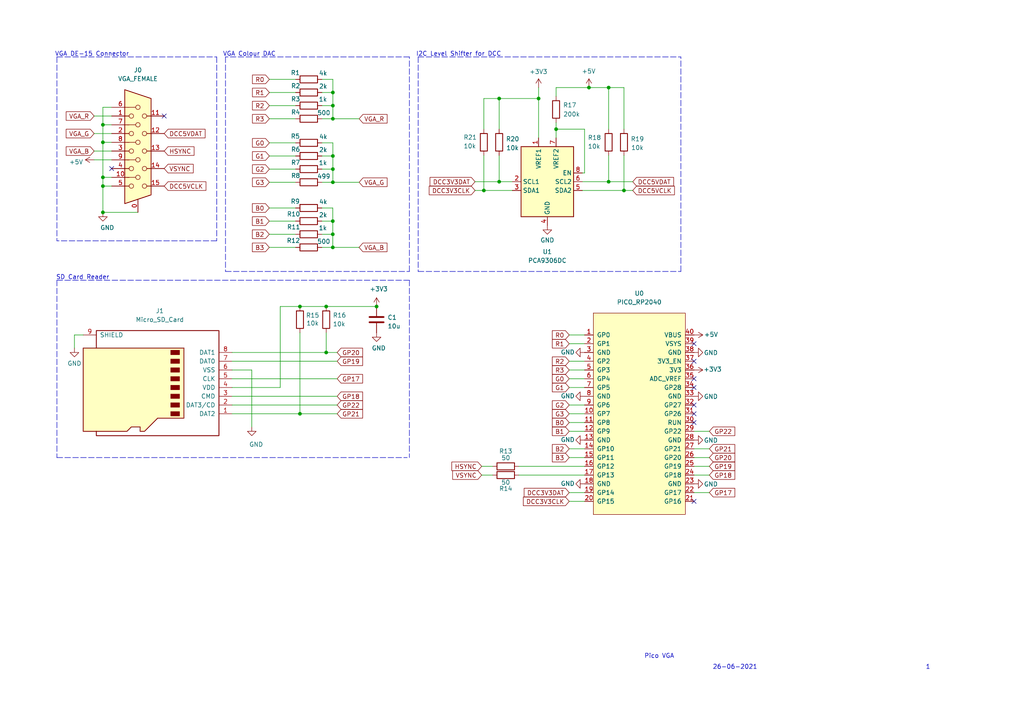
<source format=kicad_sch>
(kicad_sch (version 20201015) (generator eeschema)

  (paper "A4")

  (lib_symbols
    (symbol "Connector:DB15_Female_HighDensity_MountingHoles" (pin_names (offset 1.016) hide) (in_bom yes) (on_board yes)
      (property "Reference" "J" (id 0) (at 0 21.59 0)
        (effects (font (size 1.27 1.27)))
      )
      (property "Value" "DB15_Female_HighDensity_MountingHoles" (id 1) (at 0 19.05 0)
        (effects (font (size 1.27 1.27)))
      )
      (property "Footprint" "" (id 2) (at -24.13 10.16 0)
        (effects (font (size 1.27 1.27)) hide)
      )
      (property "Datasheet" " ~" (id 3) (at -24.13 10.16 0)
        (effects (font (size 1.27 1.27)) hide)
      )
      (property "ki_keywords" "connector db15 female D-SUB VGA" (id 4) (at 0 0 0)
        (effects (font (size 1.27 1.27)) hide)
      )
      (property "ki_description" "15-pin female D-SUB connector, High density (3 columns), Triple Row, Generic, VGA-connector, Mounting Hole" (id 5) (at 0 0 0)
        (effects (font (size 1.27 1.27)) hide)
      )
      (property "ki_fp_filters" "DSUB*Female*" (id 6) (at 0 0 0)
        (effects (font (size 1.27 1.27)) hide)
      )
      (symbol "DB15_Female_HighDensity_MountingHoles_0_1"
        (circle (center -1.905 -10.16) (radius 0.635) (stroke (width 0)) (fill (type none)))
        (circle (center -1.905 -5.08) (radius 0.635) (stroke (width 0)) (fill (type none)))
        (circle (center -1.905 0) (radius 0.635) (stroke (width 0)) (fill (type none)))
        (circle (center -1.905 5.08) (radius 0.635) (stroke (width 0)) (fill (type none)))
        (circle (center -1.905 10.16) (radius 0.635) (stroke (width 0)) (fill (type none)))
        (circle (center 0 -7.62) (radius 0.635) (stroke (width 0)) (fill (type none)))
        (circle (center 0 -2.54) (radius 0.635) (stroke (width 0)) (fill (type none)))
        (circle (center 0 2.54) (radius 0.635) (stroke (width 0)) (fill (type none)))
        (circle (center 0 7.62) (radius 0.635) (stroke (width 0)) (fill (type none)))
        (circle (center 0 12.7) (radius 0.635) (stroke (width 0)) (fill (type none)))
        (circle (center 1.905 -10.16) (radius 0.635) (stroke (width 0)) (fill (type none)))
        (circle (center 1.905 -5.08) (radius 0.635) (stroke (width 0)) (fill (type none)))
        (circle (center 1.905 0) (radius 0.635) (stroke (width 0)) (fill (type none)))
        (circle (center 1.905 5.08) (radius 0.635) (stroke (width 0)) (fill (type none)))
        (circle (center 1.905 10.16) (radius 0.635) (stroke (width 0)) (fill (type none)))
        (polyline
          (pts
            (xy -3.175 7.62)
            (xy -0.635 7.62)
          )
          (stroke (width 0)) (fill (type none))
        )
        (polyline
          (pts
            (xy -0.635 -7.62)
            (xy -3.175 -7.62)
          )
          (stroke (width 0)) (fill (type none))
        )
        (polyline
          (pts
            (xy -0.635 -2.54)
            (xy -3.175 -2.54)
          )
          (stroke (width 0)) (fill (type none))
        )
        (polyline
          (pts
            (xy -0.635 2.54)
            (xy -3.175 2.54)
          )
          (stroke (width 0)) (fill (type none))
        )
        (polyline
          (pts
            (xy -0.635 12.7)
            (xy -3.175 12.7)
          )
          (stroke (width 0)) (fill (type none))
        )
        (polyline
          (pts
            (xy -3.81 17.78)
            (xy -3.81 -15.24)
            (xy 3.81 -12.7)
            (xy 3.81 15.24)
            (xy -3.81 17.78)
          )
          (stroke (width 0.254)) (fill (type background))
        )
      )
      (symbol "DB15_Female_HighDensity_MountingHoles_1_1"
        (pin passive line (at 0 -17.78 90) (length 3.81)
          (name "~" (effects (font (size 1.27 1.27))))
          (number "0" (effects (font (size 1.27 1.27))))
        )
        (pin passive line (at -7.62 10.16 0) (length 5.08)
          (name "~" (effects (font (size 1.27 1.27))))
          (number "1" (effects (font (size 1.27 1.27))))
        )
        (pin passive line (at -7.62 -7.62 0) (length 5.08)
          (name "~" (effects (font (size 1.27 1.27))))
          (number "10" (effects (font (size 1.27 1.27))))
        )
        (pin passive line (at 7.62 10.16 180) (length 5.08)
          (name "~" (effects (font (size 1.27 1.27))))
          (number "11" (effects (font (size 1.27 1.27))))
        )
        (pin passive line (at 7.62 5.08 180) (length 5.08)
          (name "~" (effects (font (size 1.27 1.27))))
          (number "12" (effects (font (size 1.27 1.27))))
        )
        (pin passive line (at 7.62 0 180) (length 5.08)
          (name "~" (effects (font (size 1.27 1.27))))
          (number "13" (effects (font (size 1.27 1.27))))
        )
        (pin passive line (at 7.62 -5.08 180) (length 5.08)
          (name "~" (effects (font (size 1.27 1.27))))
          (number "14" (effects (font (size 1.27 1.27))))
        )
        (pin passive line (at 7.62 -10.16 180) (length 5.08)
          (name "~" (effects (font (size 1.27 1.27))))
          (number "15" (effects (font (size 1.27 1.27))))
        )
        (pin passive line (at -7.62 5.08 0) (length 5.08)
          (name "~" (effects (font (size 1.27 1.27))))
          (number "2" (effects (font (size 1.27 1.27))))
        )
        (pin passive line (at -7.62 0 0) (length 5.08)
          (name "~" (effects (font (size 1.27 1.27))))
          (number "3" (effects (font (size 1.27 1.27))))
        )
        (pin passive line (at -7.62 -5.08 0) (length 5.08)
          (name "~" (effects (font (size 1.27 1.27))))
          (number "4" (effects (font (size 1.27 1.27))))
        )
        (pin passive line (at -7.62 -10.16 0) (length 5.08)
          (name "~" (effects (font (size 1.27 1.27))))
          (number "5" (effects (font (size 1.27 1.27))))
        )
        (pin passive line (at -7.62 12.7 0) (length 5.08)
          (name "~" (effects (font (size 1.27 1.27))))
          (number "6" (effects (font (size 1.27 1.27))))
        )
        (pin passive line (at -7.62 7.62 0) (length 5.08)
          (name "~" (effects (font (size 1.27 1.27))))
          (number "7" (effects (font (size 1.27 1.27))))
        )
        (pin passive line (at -7.62 2.54 0) (length 5.08)
          (name "~" (effects (font (size 1.27 1.27))))
          (number "8" (effects (font (size 1.27 1.27))))
        )
        (pin passive line (at -7.62 -2.54 0) (length 5.08)
          (name "~" (effects (font (size 1.27 1.27))))
          (number "9" (effects (font (size 1.27 1.27))))
        )
      )
    )
    (symbol "Connector:Micro_SD_Card" (pin_names (offset 1.016)) (in_bom yes) (on_board yes)
      (property "Reference" "J" (id 0) (at -16.51 15.24 0)
        (effects (font (size 1.27 1.27)))
      )
      (property "Value" "Micro_SD_Card" (id 1) (at 16.51 15.24 0)
        (effects (font (size 1.27 1.27)) (justify right))
      )
      (property "Footprint" "" (id 2) (at 29.21 7.62 0)
        (effects (font (size 1.27 1.27)) hide)
      )
      (property "Datasheet" "http://katalog.we-online.de/em/datasheet/693072010801.pdf" (id 3) (at 0 0 0)
        (effects (font (size 1.27 1.27)) hide)
      )
      (property "ki_keywords" "connector SD microsd" (id 4) (at 0 0 0)
        (effects (font (size 1.27 1.27)) hide)
      )
      (property "ki_description" "Micro SD Card Socket" (id 5) (at 0 0 0)
        (effects (font (size 1.27 1.27)) hide)
      )
      (property "ki_fp_filters" "microSD*" (id 6) (at 0 0 0)
        (effects (font (size 1.27 1.27)) hide)
      )
      (symbol "Micro_SD_Card_0_1"
        (rectangle (start -7.62 -9.525) (end -5.08 -10.795)
          (stroke (width 0)) (fill (type outline))
        )
        (rectangle (start -7.62 -6.985) (end -5.08 -8.255)
          (stroke (width 0)) (fill (type outline))
        )
        (rectangle (start -7.62 -4.445) (end -5.08 -5.715)
          (stroke (width 0)) (fill (type outline))
        )
        (rectangle (start -7.62 -1.905) (end -5.08 -3.175)
          (stroke (width 0)) (fill (type outline))
        )
        (rectangle (start -7.62 0.635) (end -5.08 -0.635)
          (stroke (width 0)) (fill (type outline))
        )
        (rectangle (start -7.62 3.175) (end -5.08 1.905)
          (stroke (width 0)) (fill (type outline))
        )
        (rectangle (start -7.62 5.715) (end -5.08 4.445)
          (stroke (width 0)) (fill (type outline))
        )
        (rectangle (start -7.62 8.255) (end -5.08 6.985)
          (stroke (width 0)) (fill (type outline))
        )
        (polyline
          (pts
            (xy 16.51 12.7)
            (xy 16.51 13.97)
            (xy -19.05 13.97)
            (xy -19.05 -16.51)
            (xy 16.51 -16.51)
            (xy 16.51 -11.43)
          )
          (stroke (width 0.254)) (fill (type none))
        )
        (polyline
          (pts
            (xy -8.89 -11.43)
            (xy -8.89 8.89)
            (xy -1.27 8.89)
            (xy 2.54 12.7)
            (xy 3.81 12.7)
            (xy 3.81 11.43)
            (xy 6.35 11.43)
            (xy 7.62 12.7)
            (xy 20.32 12.7)
            (xy 20.32 -11.43)
            (xy -8.89 -11.43)
          )
          (stroke (width 0.254)) (fill (type background))
        )
      )
      (symbol "Micro_SD_Card_1_1"
        (pin bidirectional line (at -22.86 7.62 0) (length 3.81)
          (name "DAT2" (effects (font (size 1.27 1.27))))
          (number "1" (effects (font (size 1.27 1.27))))
        )
        (pin bidirectional line (at -22.86 5.08 0) (length 3.81)
          (name "DAT3/CD" (effects (font (size 1.27 1.27))))
          (number "2" (effects (font (size 1.27 1.27))))
        )
        (pin input line (at -22.86 2.54 0) (length 3.81)
          (name "CMD" (effects (font (size 1.27 1.27))))
          (number "3" (effects (font (size 1.27 1.27))))
        )
        (pin power_in line (at -22.86 0 0) (length 3.81)
          (name "VDD" (effects (font (size 1.27 1.27))))
          (number "4" (effects (font (size 1.27 1.27))))
        )
        (pin input line (at -22.86 -2.54 0) (length 3.81)
          (name "CLK" (effects (font (size 1.27 1.27))))
          (number "5" (effects (font (size 1.27 1.27))))
        )
        (pin power_in line (at -22.86 -5.08 0) (length 3.81)
          (name "VSS" (effects (font (size 1.27 1.27))))
          (number "6" (effects (font (size 1.27 1.27))))
        )
        (pin bidirectional line (at -22.86 -7.62 0) (length 3.81)
          (name "DAT0" (effects (font (size 1.27 1.27))))
          (number "7" (effects (font (size 1.27 1.27))))
        )
        (pin bidirectional line (at -22.86 -10.16 0) (length 3.81)
          (name "DAT1" (effects (font (size 1.27 1.27))))
          (number "8" (effects (font (size 1.27 1.27))))
        )
        (pin passive line (at 20.32 -15.24 180) (length 3.81)
          (name "SHIELD" (effects (font (size 1.27 1.27))))
          (number "9" (effects (font (size 1.27 1.27))))
        )
      )
    )
    (symbol "Device:C" (pin_numbers hide) (pin_names (offset 0.254)) (in_bom yes) (on_board yes)
      (property "Reference" "C" (id 0) (at 0.635 2.54 0)
        (effects (font (size 1.27 1.27)) (justify left))
      )
      (property "Value" "C" (id 1) (at 0.635 -2.54 0)
        (effects (font (size 1.27 1.27)) (justify left))
      )
      (property "Footprint" "" (id 2) (at 0.9652 -3.81 0)
        (effects (font (size 1.27 1.27)) hide)
      )
      (property "Datasheet" "~" (id 3) (at 0 0 0)
        (effects (font (size 1.27 1.27)) hide)
      )
      (property "ki_keywords" "cap capacitor" (id 4) (at 0 0 0)
        (effects (font (size 1.27 1.27)) hide)
      )
      (property "ki_description" "Unpolarized capacitor" (id 5) (at 0 0 0)
        (effects (font (size 1.27 1.27)) hide)
      )
      (property "ki_fp_filters" "C_*" (id 6) (at 0 0 0)
        (effects (font (size 1.27 1.27)) hide)
      )
      (symbol "C_0_1"
        (polyline
          (pts
            (xy -2.032 -0.762)
            (xy 2.032 -0.762)
          )
          (stroke (width 0.508)) (fill (type none))
        )
        (polyline
          (pts
            (xy -2.032 0.762)
            (xy 2.032 0.762)
          )
          (stroke (width 0.508)) (fill (type none))
        )
      )
      (symbol "C_1_1"
        (pin passive line (at 0 3.81 270) (length 2.794)
          (name "~" (effects (font (size 1.27 1.27))))
          (number "1" (effects (font (size 1.27 1.27))))
        )
        (pin passive line (at 0 -3.81 90) (length 2.794)
          (name "~" (effects (font (size 1.27 1.27))))
          (number "2" (effects (font (size 1.27 1.27))))
        )
      )
    )
    (symbol "Device:R" (pin_numbers hide) (pin_names (offset 0)) (in_bom yes) (on_board yes)
      (property "Reference" "R" (id 0) (at 2.032 0 90)
        (effects (font (size 1.27 1.27)))
      )
      (property "Value" "R" (id 1) (at 0 0 90)
        (effects (font (size 1.27 1.27)))
      )
      (property "Footprint" "" (id 2) (at -1.778 0 90)
        (effects (font (size 1.27 1.27)) hide)
      )
      (property "Datasheet" "~" (id 3) (at 0 0 0)
        (effects (font (size 1.27 1.27)) hide)
      )
      (property "ki_keywords" "R res resistor" (id 4) (at 0 0 0)
        (effects (font (size 1.27 1.27)) hide)
      )
      (property "ki_description" "Resistor" (id 5) (at 0 0 0)
        (effects (font (size 1.27 1.27)) hide)
      )
      (property "ki_fp_filters" "R_*" (id 6) (at 0 0 0)
        (effects (font (size 1.27 1.27)) hide)
      )
      (symbol "R_0_1"
        (rectangle (start -1.016 -2.54) (end 1.016 2.54)
          (stroke (width 0.254)) (fill (type none))
        )
      )
      (symbol "R_1_1"
        (pin passive line (at 0 3.81 270) (length 1.27)
          (name "~" (effects (font (size 1.27 1.27))))
          (number "1" (effects (font (size 1.27 1.27))))
        )
        (pin passive line (at 0 -3.81 90) (length 1.27)
          (name "~" (effects (font (size 1.27 1.27))))
          (number "2" (effects (font (size 1.27 1.27))))
        )
      )
    )
    (symbol "Interface:PCA9306DC" (in_bom yes) (on_board yes)
      (property "Reference" "U" (id 0) (at -7.62 11.43 0)
        (effects (font (size 1.27 1.27)) (justify left))
      )
      (property "Value" "PCA9306DC" (id 1) (at 3.81 11.43 0)
        (effects (font (size 1.27 1.27)) (justify left))
      )
      (property "Footprint" "Package_SO:VSSOP-8_2.3x2mm_P0.5mm" (id 2) (at 0 -11.43 0)
        (effects (font (size 1.27 1.27)) hide)
      )
      (property "Datasheet" "https://www.nxp.com/docs/en/data-sheet/PCA9306.pdf" (id 3) (at -7.62 11.43 0)
        (effects (font (size 1.27 1.27)) hide)
      )
      (property "ki_keywords" "I2C SMBus" (id 4) (at 0 0 0)
        (effects (font (size 1.27 1.27)) hide)
      )
      (property "ki_description" "Dual bidirectional I2C Bus and SMBus voltage level translator, VSSOP-8" (id 5) (at 0 0 0)
        (effects (font (size 1.27 1.27)) hide)
      )
      (property "ki_fp_filters" "VSSOP*2.3x2mm*P0.5mm*" (id 6) (at 0 0 0)
        (effects (font (size 1.27 1.27)) hide)
      )
      (symbol "PCA9306DC_0_1"
        (rectangle (start -7.62 10.16) (end 7.62 -10.16)
          (stroke (width 0.254)) (fill (type background))
        )
      )
      (symbol "PCA9306DC_1_1"
        (pin power_in line (at -2.54 12.7 270) (length 2.54)
          (name "VREF1" (effects (font (size 1.27 1.27))))
          (number "1" (effects (font (size 1.27 1.27))))
        )
        (pin bidirectional line (at -10.16 0 0) (length 2.54)
          (name "SCL1" (effects (font (size 1.27 1.27))))
          (number "2" (effects (font (size 1.27 1.27))))
        )
        (pin bidirectional line (at -10.16 -2.54 0) (length 2.54)
          (name "SDA1" (effects (font (size 1.27 1.27))))
          (number "3" (effects (font (size 1.27 1.27))))
        )
        (pin power_in line (at 0 -12.7 90) (length 2.54)
          (name "GND" (effects (font (size 1.27 1.27))))
          (number "4" (effects (font (size 1.27 1.27))))
        )
        (pin bidirectional line (at 10.16 -2.54 180) (length 2.54)
          (name "SDA2" (effects (font (size 1.27 1.27))))
          (number "5" (effects (font (size 1.27 1.27))))
        )
        (pin bidirectional line (at 10.16 0 180) (length 2.54)
          (name "SCL2" (effects (font (size 1.27 1.27))))
          (number "6" (effects (font (size 1.27 1.27))))
        )
        (pin power_in line (at 2.54 12.7 270) (length 2.54)
          (name "VREF2" (effects (font (size 1.27 1.27))))
          (number "7" (effects (font (size 1.27 1.27))))
        )
        (pin input line (at 10.16 2.54 180) (length 2.54)
          (name "EN" (effects (font (size 1.27 1.27))))
          (number "8" (effects (font (size 1.27 1.27))))
        )
      )
    )
    (symbol "pico_rp2040:PICO_RP2040" (pin_names (offset 1.016)) (in_bom yes) (on_board yes)
      (property "Reference" "U" (id 0) (at -2.54 36.83 0)
        (effects (font (size 1.27 1.27)))
      )
      (property "Value" "PICO_RP2040" (id 1) (at -1.27 33.02 0)
        (effects (font (size 1.27 1.27)))
      )
      (property "Footprint" "" (id 2) (at -2.54 36.83 0)
        (effects (font (size 1.27 1.27)) hide)
      )
      (property "Datasheet" "" (id 3) (at -2.54 36.83 0)
        (effects (font (size 1.27 1.27)) hide)
      )
      (symbol "PICO_RP2040_0_1"
        (polyline
          (pts
            (xy -13.97 30.48)
            (xy 12.7 30.48)
            (xy 12.7 -27.94)
            (xy -13.97 -27.94)
            (xy -13.97 30.48)
          )
          (stroke (width 0)) (fill (type background))
        )
      )
      (symbol "PICO_RP2040_1_1"
        (pin tri_state line (at -16.51 24.13 0) (length 2.54)
          (name "GP0" (effects (font (size 1.27 1.27))))
          (number "1" (effects (font (size 1.27 1.27))))
        )
        (pin tri_state line (at -16.51 1.27 0) (length 2.54)
          (name "GP7" (effects (font (size 1.27 1.27))))
          (number "10" (effects (font (size 1.27 1.27))))
        )
        (pin tri_state line (at -16.51 -1.27 0) (length 2.54)
          (name "GP8" (effects (font (size 1.27 1.27))))
          (number "11" (effects (font (size 1.27 1.27))))
        )
        (pin tri_state line (at -16.51 -3.81 0) (length 2.54)
          (name "GP9" (effects (font (size 1.27 1.27))))
          (number "12" (effects (font (size 1.27 1.27))))
        )
        (pin input line (at -16.51 -6.35 0) (length 2.54)
          (name "GND" (effects (font (size 1.27 1.27))))
          (number "13" (effects (font (size 1.27 1.27))))
        )
        (pin tri_state line (at -16.51 -8.89 0) (length 2.54)
          (name "GP10" (effects (font (size 1.27 1.27))))
          (number "14" (effects (font (size 1.27 1.27))))
        )
        (pin tri_state line (at -16.51 -11.43 0) (length 2.54)
          (name "GP11" (effects (font (size 1.27 1.27))))
          (number "15" (effects (font (size 1.27 1.27))))
        )
        (pin tri_state line (at -16.51 -13.97 0) (length 2.54)
          (name "GP12" (effects (font (size 1.27 1.27))))
          (number "16" (effects (font (size 1.27 1.27))))
        )
        (pin tri_state line (at -16.51 -16.51 0) (length 2.54)
          (name "GP13" (effects (font (size 1.27 1.27))))
          (number "17" (effects (font (size 1.27 1.27))))
        )
        (pin input line (at -16.51 -19.05 0) (length 2.54)
          (name "GND" (effects (font (size 1.27 1.27))))
          (number "18" (effects (font (size 1.27 1.27))))
        )
        (pin tri_state line (at -16.51 -21.59 0) (length 2.54)
          (name "GP14" (effects (font (size 1.27 1.27))))
          (number "19" (effects (font (size 1.27 1.27))))
        )
        (pin tri_state line (at -16.51 21.59 0) (length 2.54)
          (name "GP1" (effects (font (size 1.27 1.27))))
          (number "2" (effects (font (size 1.27 1.27))))
        )
        (pin tri_state line (at -16.51 -24.13 0) (length 2.54)
          (name "GP15" (effects (font (size 1.27 1.27))))
          (number "20" (effects (font (size 1.27 1.27))))
        )
        (pin tri_state line (at 15.24 -24.13 180) (length 2.54)
          (name "GP16" (effects (font (size 1.27 1.27))))
          (number "21" (effects (font (size 1.27 1.27))))
        )
        (pin tri_state line (at 15.24 -21.59 180) (length 2.54)
          (name "GP17" (effects (font (size 1.27 1.27))))
          (number "22" (effects (font (size 1.27 1.27))))
        )
        (pin input line (at 15.24 -19.05 180) (length 2.54)
          (name "GND" (effects (font (size 1.27 1.27))))
          (number "23" (effects (font (size 1.27 1.27))))
        )
        (pin tri_state line (at 15.24 -16.51 180) (length 2.54)
          (name "GP18" (effects (font (size 1.27 1.27))))
          (number "24" (effects (font (size 1.27 1.27))))
        )
        (pin tri_state line (at 15.24 -13.97 180) (length 2.54)
          (name "GP19" (effects (font (size 1.27 1.27))))
          (number "25" (effects (font (size 1.27 1.27))))
        )
        (pin tri_state line (at 15.24 -11.43 180) (length 2.54)
          (name "GP20" (effects (font (size 1.27 1.27))))
          (number "26" (effects (font (size 1.27 1.27))))
        )
        (pin tri_state line (at 15.24 -8.89 180) (length 2.54)
          (name "GP21" (effects (font (size 1.27 1.27))))
          (number "27" (effects (font (size 1.27 1.27))))
        )
        (pin input line (at 15.24 -6.35 180) (length 2.54)
          (name "GND" (effects (font (size 1.27 1.27))))
          (number "28" (effects (font (size 1.27 1.27))))
        )
        (pin tri_state line (at 15.24 -3.81 180) (length 2.54)
          (name "GP22" (effects (font (size 1.27 1.27))))
          (number "29" (effects (font (size 1.27 1.27))))
        )
        (pin input line (at -16.51 19.05 0) (length 2.54)
          (name "GND" (effects (font (size 1.27 1.27))))
          (number "3" (effects (font (size 1.27 1.27))))
        )
        (pin input line (at 15.24 -1.27 180) (length 2.54)
          (name "RUN" (effects (font (size 1.27 1.27))))
          (number "30" (effects (font (size 1.27 1.27))))
        )
        (pin tri_state line (at 15.24 1.27 180) (length 2.54)
          (name "GP26" (effects (font (size 1.27 1.27))))
          (number "31" (effects (font (size 1.27 1.27))))
        )
        (pin tri_state line (at 15.24 3.81 180) (length 2.54)
          (name "GP27" (effects (font (size 1.27 1.27))))
          (number "32" (effects (font (size 1.27 1.27))))
        )
        (pin input line (at 15.24 6.35 180) (length 2.54)
          (name "GND" (effects (font (size 1.27 1.27))))
          (number "33" (effects (font (size 1.27 1.27))))
        )
        (pin tri_state line (at 15.24 8.89 180) (length 2.54)
          (name "GP28" (effects (font (size 1.27 1.27))))
          (number "34" (effects (font (size 1.27 1.27))))
        )
        (pin power_out line (at 15.24 11.43 180) (length 2.54)
          (name "ADC_VREF" (effects (font (size 1.27 1.27))))
          (number "35" (effects (font (size 1.27 1.27))))
        )
        (pin power_out line (at 15.24 13.97 180) (length 2.54)
          (name "3V3" (effects (font (size 1.27 1.27))))
          (number "36" (effects (font (size 1.27 1.27))))
        )
        (pin power_out line (at 15.24 16.51 180) (length 2.54)
          (name "3V3_EN" (effects (font (size 1.27 1.27))))
          (number "37" (effects (font (size 1.27 1.27))))
        )
        (pin input line (at 15.24 19.05 180) (length 2.54)
          (name "GND" (effects (font (size 1.27 1.27))))
          (number "38" (effects (font (size 1.27 1.27))))
        )
        (pin input line (at 15.24 21.59 180) (length 2.54)
          (name "VSYS" (effects (font (size 1.27 1.27))))
          (number "39" (effects (font (size 1.27 1.27))))
        )
        (pin tri_state line (at -16.51 16.51 0) (length 2.54)
          (name "GP2" (effects (font (size 1.27 1.27))))
          (number "4" (effects (font (size 1.27 1.27))))
        )
        (pin input line (at 15.24 24.13 180) (length 2.54)
          (name "VBUS" (effects (font (size 1.27 1.27))))
          (number "40" (effects (font (size 1.27 1.27))))
        )
        (pin tri_state line (at -16.51 13.97 0) (length 2.54)
          (name "GP3" (effects (font (size 1.27 1.27))))
          (number "5" (effects (font (size 1.27 1.27))))
        )
        (pin tri_state line (at -16.51 11.43 0) (length 2.54)
          (name "GP4" (effects (font (size 1.27 1.27))))
          (number "6" (effects (font (size 1.27 1.27))))
        )
        (pin tri_state line (at -16.51 8.89 0) (length 2.54)
          (name "GP5" (effects (font (size 1.27 1.27))))
          (number "7" (effects (font (size 1.27 1.27))))
        )
        (pin input line (at -16.51 6.35 0) (length 2.54)
          (name "GND" (effects (font (size 1.27 1.27))))
          (number "8" (effects (font (size 1.27 1.27))))
        )
        (pin tri_state line (at -16.51 3.81 0) (length 2.54)
          (name "GP6" (effects (font (size 1.27 1.27))))
          (number "9" (effects (font (size 1.27 1.27))))
        )
      )
    )
    (symbol "power:+3V3" (power) (pin_names (offset 0)) (in_bom yes) (on_board yes)
      (property "Reference" "#PWR" (id 0) (at 0 -3.81 0)
        (effects (font (size 1.27 1.27)) hide)
      )
      (property "Value" "+3V3" (id 1) (at 0 3.556 0)
        (effects (font (size 1.27 1.27)))
      )
      (property "Footprint" "" (id 2) (at 0 0 0)
        (effects (font (size 1.27 1.27)) hide)
      )
      (property "Datasheet" "" (id 3) (at 0 0 0)
        (effects (font (size 1.27 1.27)) hide)
      )
      (property "ki_keywords" "power-flag" (id 4) (at 0 0 0)
        (effects (font (size 1.27 1.27)) hide)
      )
      (property "ki_description" "Power symbol creates a global label with name \"+3V3\"" (id 5) (at 0 0 0)
        (effects (font (size 1.27 1.27)) hide)
      )
      (symbol "+3V3_0_1"
        (polyline
          (pts
            (xy -0.762 1.27)
            (xy 0 2.54)
          )
          (stroke (width 0)) (fill (type none))
        )
        (polyline
          (pts
            (xy 0 0)
            (xy 0 2.54)
          )
          (stroke (width 0)) (fill (type none))
        )
        (polyline
          (pts
            (xy 0 2.54)
            (xy 0.762 1.27)
          )
          (stroke (width 0)) (fill (type none))
        )
      )
      (symbol "+3V3_1_1"
        (pin power_in line (at 0 0 90) (length 0) hide
          (name "+3V3" (effects (font (size 1.27 1.27))))
          (number "1" (effects (font (size 1.27 1.27))))
        )
      )
    )
    (symbol "power:+5V" (power) (pin_names (offset 0)) (in_bom yes) (on_board yes)
      (property "Reference" "#PWR" (id 0) (at 0 -3.81 0)
        (effects (font (size 1.27 1.27)) hide)
      )
      (property "Value" "+5V" (id 1) (at 0 3.556 0)
        (effects (font (size 1.27 1.27)))
      )
      (property "Footprint" "" (id 2) (at 0 0 0)
        (effects (font (size 1.27 1.27)) hide)
      )
      (property "Datasheet" "" (id 3) (at 0 0 0)
        (effects (font (size 1.27 1.27)) hide)
      )
      (property "ki_keywords" "power-flag" (id 4) (at 0 0 0)
        (effects (font (size 1.27 1.27)) hide)
      )
      (property "ki_description" "Power symbol creates a global label with name \"+5V\"" (id 5) (at 0 0 0)
        (effects (font (size 1.27 1.27)) hide)
      )
      (symbol "+5V_0_1"
        (polyline
          (pts
            (xy -0.762 1.27)
            (xy 0 2.54)
          )
          (stroke (width 0)) (fill (type none))
        )
        (polyline
          (pts
            (xy 0 0)
            (xy 0 2.54)
          )
          (stroke (width 0)) (fill (type none))
        )
        (polyline
          (pts
            (xy 0 2.54)
            (xy 0.762 1.27)
          )
          (stroke (width 0)) (fill (type none))
        )
      )
      (symbol "+5V_1_1"
        (pin power_in line (at 0 0 90) (length 0) hide
          (name "+5V" (effects (font (size 1.27 1.27))))
          (number "1" (effects (font (size 1.27 1.27))))
        )
      )
    )
    (symbol "power:GND" (power) (pin_names (offset 0)) (in_bom yes) (on_board yes)
      (property "Reference" "#PWR" (id 0) (at 0 -6.35 0)
        (effects (font (size 1.27 1.27)) hide)
      )
      (property "Value" "GND" (id 1) (at 0 -3.81 0)
        (effects (font (size 1.27 1.27)))
      )
      (property "Footprint" "" (id 2) (at 0 0 0)
        (effects (font (size 1.27 1.27)) hide)
      )
      (property "Datasheet" "" (id 3) (at 0 0 0)
        (effects (font (size 1.27 1.27)) hide)
      )
      (property "ki_keywords" "power-flag" (id 4) (at 0 0 0)
        (effects (font (size 1.27 1.27)) hide)
      )
      (property "ki_description" "Power symbol creates a global label with name \"GND\" , ground" (id 5) (at 0 0 0)
        (effects (font (size 1.27 1.27)) hide)
      )
      (symbol "GND_0_1"
        (polyline
          (pts
            (xy 0 0)
            (xy 0 -1.27)
            (xy 1.27 -1.27)
            (xy 0 -2.54)
            (xy -1.27 -1.27)
            (xy 0 -1.27)
          )
          (stroke (width 0)) (fill (type none))
        )
      )
      (symbol "GND_1_1"
        (pin power_in line (at 0 0 270) (length 0) hide
          (name "GND" (effects (font (size 1.27 1.27))))
          (number "1" (effects (font (size 1.27 1.27))))
        )
      )
    )
  )

  (junction (at 29.845 36.195) (diameter 0.9144) (color 0 0 0 0))
  (junction (at 29.845 41.275) (diameter 0.9144) (color 0 0 0 0))
  (junction (at 29.845 51.435) (diameter 0.9144) (color 0 0 0 0))
  (junction (at 29.845 53.975) (diameter 0.9144) (color 0 0 0 0))
  (junction (at 29.845 61.595) (diameter 0.9144) (color 0 0 0 0))
  (junction (at 86.995 88.9) (diameter 0.9144) (color 0 0 0 0))
  (junction (at 86.995 120.015) (diameter 0.9144) (color 0 0 0 0))
  (junction (at 94.615 88.9) (diameter 0.9144) (color 0 0 0 0))
  (junction (at 94.615 102.235) (diameter 0.9144) (color 0 0 0 0))
  (junction (at 96.52 64.135) (diameter 0.9144) (color 0 0 0 0))
  (junction (at 96.52 67.945) (diameter 0.9144) (color 0 0 0 0))
  (junction (at 96.52 71.755) (diameter 0.9144) (color 0 0 0 0))
  (junction (at 96.5455 26.8272) (diameter 0.9144) (color 0 0 0 0))
  (junction (at 96.5455 30.6372) (diameter 0.9144) (color 0 0 0 0))
  (junction (at 96.5455 34.4472) (diameter 0.9144) (color 0 0 0 0))
  (junction (at 96.5455 45.2422) (diameter 0.9144) (color 0 0 0 0))
  (junction (at 96.5455 49.0522) (diameter 0.9144) (color 0 0 0 0))
  (junction (at 96.5455 52.8622) (diameter 0.9144) (color 0 0 0 0))
  (junction (at 109.22 88.9) (diameter 0.9144) (color 0 0 0 0))
  (junction (at 140.335 55.245) (diameter 0.9144) (color 0 0 0 0))
  (junction (at 144.78 28.575) (diameter 0.9144) (color 0 0 0 0))
  (junction (at 144.78 52.705) (diameter 0.9144) (color 0 0 0 0))
  (junction (at 156.21 28.575) (diameter 0.9144) (color 0 0 0 0))
  (junction (at 161.29 37.465) (diameter 0.9144) (color 0 0 0 0))
  (junction (at 170.815 25.4) (diameter 0.9144) (color 0 0 0 0))
  (junction (at 176.53 25.4) (diameter 0.9144) (color 0 0 0 0))
  (junction (at 176.53 52.705) (diameter 0.9144) (color 0 0 0 0))
  (junction (at 180.975 55.245) (diameter 0.9144) (color 0 0 0 0))

  (no_connect (at 201.295 112.395))
  (no_connect (at 201.295 120.015))
  (no_connect (at 201.295 99.695))
  (no_connect (at 201.295 104.775))
  (no_connect (at 201.295 117.475))
  (no_connect (at 201.295 145.415))
  (no_connect (at 201.295 122.555))
  (no_connect (at 32.385 48.895))
  (no_connect (at 47.625 33.655))
  (no_connect (at 201.295 109.855))

  (wire (pts (xy 21.59 97.155) (xy 21.59 100.965))
    (stroke (width 0) (type solid) (color 0 0 0 0))
  )
  (wire (pts (xy 24.13 97.155) (xy 21.59 97.155))
    (stroke (width 0) (type solid) (color 0 0 0 0))
  )
  (wire (pts (xy 27.305 33.655) (xy 32.385 33.655))
    (stroke (width 0) (type solid) (color 0 0 0 0))
  )
  (wire (pts (xy 27.305 38.735) (xy 32.385 38.735))
    (stroke (width 0) (type solid) (color 0 0 0 0))
  )
  (wire (pts (xy 27.305 43.815) (xy 32.385 43.815))
    (stroke (width 0) (type solid) (color 0 0 0 0))
  )
  (wire (pts (xy 27.305 46.355) (xy 32.385 46.355))
    (stroke (width 0) (type solid) (color 0 0 0 0))
  )
  (wire (pts (xy 29.845 31.115) (xy 29.845 36.195))
    (stroke (width 0) (type solid) (color 0 0 0 0))
  )
  (wire (pts (xy 29.845 36.195) (xy 29.845 41.275))
    (stroke (width 0) (type solid) (color 0 0 0 0))
  )
  (wire (pts (xy 29.845 36.195) (xy 32.385 36.195))
    (stroke (width 0) (type solid) (color 0 0 0 0))
  )
  (wire (pts (xy 29.845 41.275) (xy 29.845 51.435))
    (stroke (width 0) (type solid) (color 0 0 0 0))
  )
  (wire (pts (xy 29.845 41.275) (xy 32.385 41.275))
    (stroke (width 0) (type solid) (color 0 0 0 0))
  )
  (wire (pts (xy 29.845 51.435) (xy 29.845 53.975))
    (stroke (width 0) (type solid) (color 0 0 0 0))
  )
  (wire (pts (xy 29.845 51.435) (xy 32.385 51.435))
    (stroke (width 0) (type solid) (color 0 0 0 0))
  )
  (wire (pts (xy 29.845 53.975) (xy 29.845 61.595))
    (stroke (width 0) (type solid) (color 0 0 0 0))
  )
  (wire (pts (xy 29.845 53.975) (xy 32.385 53.975))
    (stroke (width 0) (type solid) (color 0 0 0 0))
  )
  (wire (pts (xy 32.385 31.115) (xy 29.845 31.115))
    (stroke (width 0) (type solid) (color 0 0 0 0))
  )
  (wire (pts (xy 40.005 61.595) (xy 29.845 61.595))
    (stroke (width 0) (type solid) (color 0 0 0 0))
  )
  (wire (pts (xy 67.31 102.235) (xy 94.615 102.235))
    (stroke (width 0) (type solid) (color 0 0 0 0))
  )
  (wire (pts (xy 67.31 104.775) (xy 97.79 104.775))
    (stroke (width 0) (type solid) (color 0 0 0 0))
  )
  (wire (pts (xy 67.31 107.315) (xy 73.025 107.315))
    (stroke (width 0) (type solid) (color 0 0 0 0))
  )
  (wire (pts (xy 67.31 109.855) (xy 97.79 109.855))
    (stroke (width 0) (type solid) (color 0 0 0 0))
  )
  (wire (pts (xy 67.31 112.395) (xy 81.28 112.395))
    (stroke (width 0) (type solid) (color 0 0 0 0))
  )
  (wire (pts (xy 67.31 114.935) (xy 97.79 114.935))
    (stroke (width 0) (type solid) (color 0 0 0 0))
  )
  (wire (pts (xy 67.31 117.475) (xy 97.79 117.475))
    (stroke (width 0) (type solid) (color 0 0 0 0))
  )
  (wire (pts (xy 67.31 120.015) (xy 86.995 120.015))
    (stroke (width 0) (type solid) (color 0 0 0 0))
  )
  (wire (pts (xy 73.025 107.315) (xy 73.025 123.825))
    (stroke (width 0) (type solid) (color 0 0 0 0))
  )
  (wire (pts (xy 78.105 60.325) (xy 85.725 60.325))
    (stroke (width 0) (type solid) (color 0 0 0 0))
  )
  (wire (pts (xy 78.105 64.135) (xy 85.725 64.135))
    (stroke (width 0) (type solid) (color 0 0 0 0))
  )
  (wire (pts (xy 78.105 67.945) (xy 85.725 67.945))
    (stroke (width 0) (type solid) (color 0 0 0 0))
  )
  (wire (pts (xy 78.105 71.755) (xy 85.725 71.755))
    (stroke (width 0) (type solid) (color 0 0 0 0))
  )
  (wire (pts (xy 78.1305 23.0172) (xy 85.7505 23.0172))
    (stroke (width 0) (type solid) (color 0 0 0 0))
  )
  (wire (pts (xy 78.1305 26.8272) (xy 85.7505 26.8272))
    (stroke (width 0) (type solid) (color 0 0 0 0))
  )
  (wire (pts (xy 78.1305 30.6372) (xy 85.7505 30.6372))
    (stroke (width 0) (type solid) (color 0 0 0 0))
  )
  (wire (pts (xy 78.1305 34.4472) (xy 85.7505 34.4472))
    (stroke (width 0) (type solid) (color 0 0 0 0))
  )
  (wire (pts (xy 78.1305 41.4322) (xy 85.7505 41.4322))
    (stroke (width 0) (type solid) (color 0 0 0 0))
  )
  (wire (pts (xy 78.1305 45.2422) (xy 85.7505 45.2422))
    (stroke (width 0) (type solid) (color 0 0 0 0))
  )
  (wire (pts (xy 78.1305 49.0522) (xy 85.7505 49.0522))
    (stroke (width 0) (type solid) (color 0 0 0 0))
  )
  (wire (pts (xy 78.1305 52.8622) (xy 85.7505 52.8622))
    (stroke (width 0) (type solid) (color 0 0 0 0))
  )
  (wire (pts (xy 81.28 88.9) (xy 81.28 112.395))
    (stroke (width 0) (type solid) (color 0 0 0 0))
  )
  (wire (pts (xy 81.28 88.9) (xy 86.995 88.9))
    (stroke (width 0) (type solid) (color 0 0 0 0))
  )
  (wire (pts (xy 86.995 88.9) (xy 94.615 88.9))
    (stroke (width 0) (type solid) (color 0 0 0 0))
  )
  (wire (pts (xy 86.995 96.52) (xy 86.995 120.015))
    (stroke (width 0) (type solid) (color 0 0 0 0))
  )
  (wire (pts (xy 86.995 120.015) (xy 97.79 120.015))
    (stroke (width 0) (type solid) (color 0 0 0 0))
  )
  (wire (pts (xy 93.345 60.325) (xy 96.52 60.325))
    (stroke (width 0) (type solid) (color 0 0 0 0))
  )
  (wire (pts (xy 93.345 64.135) (xy 96.52 64.135))
    (stroke (width 0) (type solid) (color 0 0 0 0))
  )
  (wire (pts (xy 93.345 67.945) (xy 96.52 67.945))
    (stroke (width 0) (type solid) (color 0 0 0 0))
  )
  (wire (pts (xy 93.345 71.755) (xy 96.52 71.755))
    (stroke (width 0) (type solid) (color 0 0 0 0))
  )
  (wire (pts (xy 93.3705 23.0172) (xy 96.5455 23.0172))
    (stroke (width 0) (type solid) (color 0 0 0 0))
  )
  (wire (pts (xy 93.3705 26.8272) (xy 96.5455 26.8272))
    (stroke (width 0) (type solid) (color 0 0 0 0))
  )
  (wire (pts (xy 93.3705 30.6372) (xy 96.5455 30.6372))
    (stroke (width 0) (type solid) (color 0 0 0 0))
  )
  (wire (pts (xy 93.3705 34.4472) (xy 96.5455 34.4472))
    (stroke (width 0) (type solid) (color 0 0 0 0))
  )
  (wire (pts (xy 93.3705 41.4322) (xy 96.5455 41.4322))
    (stroke (width 0) (type solid) (color 0 0 0 0))
  )
  (wire (pts (xy 93.3705 45.2422) (xy 96.5455 45.2422))
    (stroke (width 0) (type solid) (color 0 0 0 0))
  )
  (wire (pts (xy 93.3705 49.0522) (xy 96.5455 49.0522))
    (stroke (width 0) (type solid) (color 0 0 0 0))
  )
  (wire (pts (xy 93.3705 52.8622) (xy 96.5455 52.8622))
    (stroke (width 0) (type solid) (color 0 0 0 0))
  )
  (wire (pts (xy 94.615 88.9) (xy 109.22 88.9))
    (stroke (width 0) (type solid) (color 0 0 0 0))
  )
  (wire (pts (xy 94.615 96.52) (xy 94.615 102.235))
    (stroke (width 0) (type solid) (color 0 0 0 0))
  )
  (wire (pts (xy 94.615 102.235) (xy 97.79 102.235))
    (stroke (width 0) (type solid) (color 0 0 0 0))
  )
  (wire (pts (xy 96.52 60.325) (xy 96.52 64.135))
    (stroke (width 0) (type solid) (color 0 0 0 0))
  )
  (wire (pts (xy 96.52 64.135) (xy 96.52 67.945))
    (stroke (width 0) (type solid) (color 0 0 0 0))
  )
  (wire (pts (xy 96.52 67.945) (xy 96.52 71.755))
    (stroke (width 0) (type solid) (color 0 0 0 0))
  )
  (wire (pts (xy 96.52 71.755) (xy 104.14 71.755))
    (stroke (width 0) (type solid) (color 0 0 0 0))
  )
  (wire (pts (xy 96.5455 23.0172) (xy 96.5455 26.8272))
    (stroke (width 0) (type solid) (color 0 0 0 0))
  )
  (wire (pts (xy 96.5455 26.8272) (xy 96.5455 30.6372))
    (stroke (width 0) (type solid) (color 0 0 0 0))
  )
  (wire (pts (xy 96.5455 30.6372) (xy 96.5455 34.4472))
    (stroke (width 0) (type solid) (color 0 0 0 0))
  )
  (wire (pts (xy 96.5455 34.4472) (xy 104.1655 34.4472))
    (stroke (width 0) (type solid) (color 0 0 0 0))
  )
  (wire (pts (xy 96.5455 41.4322) (xy 96.5455 45.2422))
    (stroke (width 0) (type solid) (color 0 0 0 0))
  )
  (wire (pts (xy 96.5455 45.2422) (xy 96.5455 49.0522))
    (stroke (width 0) (type solid) (color 0 0 0 0))
  )
  (wire (pts (xy 96.5455 49.0522) (xy 96.5455 52.8622))
    (stroke (width 0) (type solid) (color 0 0 0 0))
  )
  (wire (pts (xy 96.5455 52.8622) (xy 104.1655 52.8622))
    (stroke (width 0) (type solid) (color 0 0 0 0))
  )
  (wire (pts (xy 137.795 52.705) (xy 144.78 52.705))
    (stroke (width 0) (type solid) (color 0 0 0 0))
  )
  (wire (pts (xy 137.795 55.245) (xy 140.335 55.245))
    (stroke (width 0) (type solid) (color 0 0 0 0))
  )
  (wire (pts (xy 139.7 135.255) (xy 142.875 135.255))
    (stroke (width 0) (type solid) (color 0 0 0 0))
  )
  (wire (pts (xy 139.7 137.795) (xy 142.875 137.795))
    (stroke (width 0) (type solid) (color 0 0 0 0))
  )
  (wire (pts (xy 140.335 28.575) (xy 140.335 37.465))
    (stroke (width 0) (type solid) (color 0 0 0 0))
  )
  (wire (pts (xy 140.335 28.575) (xy 144.78 28.575))
    (stroke (width 0) (type solid) (color 0 0 0 0))
  )
  (wire (pts (xy 140.335 45.085) (xy 140.335 55.245))
    (stroke (width 0) (type solid) (color 0 0 0 0))
  )
  (wire (pts (xy 140.335 55.245) (xy 148.59 55.245))
    (stroke (width 0) (type solid) (color 0 0 0 0))
  )
  (wire (pts (xy 144.78 28.575) (xy 144.78 37.465))
    (stroke (width 0) (type solid) (color 0 0 0 0))
  )
  (wire (pts (xy 144.78 45.085) (xy 144.78 52.705))
    (stroke (width 0) (type solid) (color 0 0 0 0))
  )
  (wire (pts (xy 144.78 52.705) (xy 148.59 52.705))
    (stroke (width 0) (type solid) (color 0 0 0 0))
  )
  (wire (pts (xy 150.495 135.255) (xy 169.545 135.255))
    (stroke (width 0) (type solid) (color 0 0 0 0))
  )
  (wire (pts (xy 150.495 137.795) (xy 169.545 137.795))
    (stroke (width 0) (type solid) (color 0 0 0 0))
  )
  (wire (pts (xy 156.21 25.4) (xy 156.21 28.575))
    (stroke (width 0) (type solid) (color 0 0 0 0))
  )
  (wire (pts (xy 156.21 28.575) (xy 144.78 28.575))
    (stroke (width 0) (type solid) (color 0 0 0 0))
  )
  (wire (pts (xy 156.21 28.575) (xy 156.21 40.005))
    (stroke (width 0) (type solid) (color 0 0 0 0))
  )
  (wire (pts (xy 161.29 25.4) (xy 170.815 25.4))
    (stroke (width 0) (type solid) (color 0 0 0 0))
  )
  (wire (pts (xy 161.29 27.94) (xy 161.29 25.4))
    (stroke (width 0) (type solid) (color 0 0 0 0))
  )
  (wire (pts (xy 161.29 35.56) (xy 161.29 37.465))
    (stroke (width 0) (type solid) (color 0 0 0 0))
  )
  (wire (pts (xy 161.29 37.465) (xy 161.29 40.005))
    (stroke (width 0) (type solid) (color 0 0 0 0))
  )
  (wire (pts (xy 161.29 37.465) (xy 169.545 37.465))
    (stroke (width 0) (type solid) (color 0 0 0 0))
  )
  (wire (pts (xy 165.1 97.155) (xy 169.545 97.155))
    (stroke (width 0) (type solid) (color 0 0 0 0))
  )
  (wire (pts (xy 165.1 99.695) (xy 169.545 99.695))
    (stroke (width 0) (type solid) (color 0 0 0 0))
  )
  (wire (pts (xy 165.1 104.775) (xy 169.545 104.775))
    (stroke (width 0) (type solid) (color 0 0 0 0))
  )
  (wire (pts (xy 165.1 107.315) (xy 169.545 107.315))
    (stroke (width 0) (type solid) (color 0 0 0 0))
  )
  (wire (pts (xy 165.1 109.855) (xy 169.545 109.855))
    (stroke (width 0) (type solid) (color 0 0 0 0))
  )
  (wire (pts (xy 165.1 112.395) (xy 169.545 112.395))
    (stroke (width 0) (type solid) (color 0 0 0 0))
  )
  (wire (pts (xy 165.1 117.475) (xy 169.545 117.475))
    (stroke (width 0) (type solid) (color 0 0 0 0))
  )
  (wire (pts (xy 165.1 120.015) (xy 169.545 120.015))
    (stroke (width 0) (type solid) (color 0 0 0 0))
  )
  (wire (pts (xy 165.1 122.555) (xy 169.545 122.555))
    (stroke (width 0) (type solid) (color 0 0 0 0))
  )
  (wire (pts (xy 165.1 125.095) (xy 169.545 125.095))
    (stroke (width 0) (type solid) (color 0 0 0 0))
  )
  (wire (pts (xy 165.1 130.175) (xy 169.545 130.175))
    (stroke (width 0) (type solid) (color 0 0 0 0))
  )
  (wire (pts (xy 165.1 132.715) (xy 169.545 132.715))
    (stroke (width 0) (type solid) (color 0 0 0 0))
  )
  (wire (pts (xy 165.1 142.875) (xy 169.545 142.875))
    (stroke (width 0) (type solid) (color 0 0 0 0))
  )
  (wire (pts (xy 165.1 145.415) (xy 169.545 145.415))
    (stroke (width 0) (type solid) (color 0 0 0 0))
  )
  (wire (pts (xy 168.91 50.165) (xy 169.545 50.165))
    (stroke (width 0) (type solid) (color 0 0 0 0))
  )
  (wire (pts (xy 168.91 52.705) (xy 176.53 52.705))
    (stroke (width 0) (type solid) (color 0 0 0 0))
  )
  (wire (pts (xy 168.91 55.245) (xy 180.975 55.245))
    (stroke (width 0) (type solid) (color 0 0 0 0))
  )
  (wire (pts (xy 169.545 50.165) (xy 169.545 37.465))
    (stroke (width 0) (type solid) (color 0 0 0 0))
  )
  (wire (pts (xy 170.815 25.4) (xy 176.53 25.4))
    (stroke (width 0) (type solid) (color 0 0 0 0))
  )
  (wire (pts (xy 176.53 25.4) (xy 176.53 37.465))
    (stroke (width 0) (type solid) (color 0 0 0 0))
  )
  (wire (pts (xy 176.53 25.4) (xy 180.975 25.4))
    (stroke (width 0) (type solid) (color 0 0 0 0))
  )
  (wire (pts (xy 176.53 45.085) (xy 176.53 52.705))
    (stroke (width 0) (type solid) (color 0 0 0 0))
  )
  (wire (pts (xy 176.53 52.705) (xy 183.515 52.705))
    (stroke (width 0) (type solid) (color 0 0 0 0))
  )
  (wire (pts (xy 180.975 25.4) (xy 180.975 37.465))
    (stroke (width 0) (type solid) (color 0 0 0 0))
  )
  (wire (pts (xy 180.975 45.085) (xy 180.975 55.245))
    (stroke (width 0) (type solid) (color 0 0 0 0))
  )
  (wire (pts (xy 180.975 55.245) (xy 183.515 55.245))
    (stroke (width 0) (type solid) (color 0 0 0 0))
  )
  (wire (pts (xy 201.295 125.095) (xy 205.74 125.095))
    (stroke (width 0) (type solid) (color 0 0 0 0))
  )
  (wire (pts (xy 201.295 130.175) (xy 205.74 130.175))
    (stroke (width 0) (type solid) (color 0 0 0 0))
  )
  (wire (pts (xy 201.295 132.715) (xy 205.74 132.715))
    (stroke (width 0) (type solid) (color 0 0 0 0))
  )
  (wire (pts (xy 201.295 135.255) (xy 205.74 135.255))
    (stroke (width 0) (type solid) (color 0 0 0 0))
  )
  (wire (pts (xy 201.295 137.795) (xy 205.74 137.795))
    (stroke (width 0) (type solid) (color 0 0 0 0))
  )
  (wire (pts (xy 201.295 142.875) (xy 205.74 142.875))
    (stroke (width 0) (type solid) (color 0 0 0 0))
  )
  (polyline (pts (xy 16.51 16.51) (xy 16.51 69.85))
    (stroke (width 0) (type dash) (color 0 0 0 0))
  )
  (polyline (pts (xy 16.51 16.51) (xy 62.865 16.51))
    (stroke (width 0) (type dash) (color 0 0 0 0))
  )
  (polyline (pts (xy 16.51 81.28) (xy 16.51 132.715))
    (stroke (width 0) (type dash) (color 0 0 0 0))
  )
  (polyline (pts (xy 16.51 132.715) (xy 118.11 132.715))
    (stroke (width 0) (type dash) (color 0 0 0 0))
  )
  (polyline (pts (xy 62.865 16.51) (xy 62.865 69.85))
    (stroke (width 0) (type dash) (color 0 0 0 0))
  )
  (polyline (pts (xy 62.865 69.85) (xy 16.51 69.85))
    (stroke (width 0) (type dash) (color 0 0 0 0))
  )
  (polyline (pts (xy 65.405 16.51) (xy 65.405 78.74))
    (stroke (width 0) (type dash) (color 0 0 0 0))
  )
  (polyline (pts (xy 65.405 78.74) (xy 118.745 78.74))
    (stroke (width 0) (type dash) (color 0 0 0 0))
  )
  (polyline (pts (xy 118.745 16.51) (xy 65.405 16.51))
    (stroke (width 0) (type dash) (color 0 0 0 0))
  )
  (polyline (pts (xy 118.745 78.74) (xy 118.745 16.51))
    (stroke (width 0) (type dash) (color 0 0 0 0))
  )
  (polyline (pts (xy 118.745 81.28) (xy 16.51 81.28))
    (stroke (width 0) (type dash) (color 0 0 0 0))
  )
  (polyline (pts (xy 118.745 81.28) (xy 118.745 132.715))
    (stroke (width 0) (type dash) (color 0 0 0 0))
  )
  (polyline (pts (xy 121.285 16.51) (xy 121.285 78.74))
    (stroke (width 0) (type dash) (color 0 0 0 0))
  )
  (polyline (pts (xy 121.285 16.51) (xy 197.485 16.51))
    (stroke (width 0) (type dash) (color 0 0 0 0))
  )
  (polyline (pts (xy 121.285 78.74) (xy 197.485 78.74))
    (stroke (width 0) (type dash) (color 0 0 0 0))
  )
  (polyline (pts (xy 197.485 78.74) (xy 197.485 16.51))
    (stroke (width 0) (type dash) (color 0 0 0 0))
  )

  (text "SD Card Reader" (at 31.75 81.28 180)
    (effects (font (size 1.27 1.27)) (justify right bottom))
  )
  (text "VGA DE-15 Connector" (at 37.465 16.51 180)
    (effects (font (size 1.27 1.27)) (justify right bottom))
  )
  (text "VGA Colour DAC" (at 80.01 16.51 180)
    (effects (font (size 1.27 1.27)) (justify right bottom))
  )
  (text "I2C Level Shifter for DCC" (at 145.415 16.51 180)
    (effects (font (size 1.27 1.27)) (justify right bottom))
  )
  (text "Pico VGA" (at 195.58 191.135 180)
    (effects (font (size 1.27 1.27)) (justify right bottom))
  )
  (text "26-06-2021" (at 219.71 194.31 180)
    (effects (font (size 1.27 1.27)) (justify right bottom))
  )
  (text "1" (at 269.875 194.31 180)
    (effects (font (size 1.27 1.27)) (justify right bottom))
  )

  (global_label "VGA_R" (shape input) (at 27.305 33.655 180)    (property "Intersheet References" "${INTERSHEET_REFS}" (id 0) (at 17.6831 33.5756 0)
      (effects (font (size 1.27 1.27)) (justify right) hide)
    )

    (effects (font (size 1.27 1.27)) (justify right))
  )
  (global_label "VGA_G" (shape input) (at 27.305 38.735 180)    (property "Intersheet References" "${INTERSHEET_REFS}" (id 0) (at 17.6831 38.6556 0)
      (effects (font (size 1.27 1.27)) (justify right) hide)
    )

    (effects (font (size 1.27 1.27)) (justify right))
  )
  (global_label "VGA_B" (shape input) (at 27.305 43.815 180)    (property "Intersheet References" "${INTERSHEET_REFS}" (id 0) (at 17.6831 43.7356 0)
      (effects (font (size 1.27 1.27)) (justify right) hide)
    )

    (effects (font (size 1.27 1.27)) (justify right))
  )
  (global_label "DCC5VDAT" (shape input) (at 47.625 38.735 0)    (property "Intersheet References" "${INTERSHEET_REFS}" (id 0) (at 60.9964 38.6556 0)
      (effects (font (size 1.27 1.27)) (justify left) hide)
    )

    (effects (font (size 1.27 1.27)) (justify left))
  )
  (global_label "HSYNC" (shape input) (at 47.625 43.815 0)    (property "Intersheet References" "${INTERSHEET_REFS}" (id 0) (at 57.7911 43.7356 0)
      (effects (font (size 1.27 1.27)) (justify left) hide)
    )

    (effects (font (size 1.27 1.27)) (justify left))
  )
  (global_label "VSYNC" (shape input) (at 47.625 48.895 0)    (property "Intersheet References" "${INTERSHEET_REFS}" (id 0) (at 57.5492 48.8156 0)
      (effects (font (size 1.27 1.27)) (justify left) hide)
    )

    (effects (font (size 1.27 1.27)) (justify left))
  )
  (global_label "DCC5VCLK" (shape input) (at 47.625 53.975 0)    (property "Intersheet References" "${INTERSHEET_REFS}" (id 0) (at 61.2383 53.8956 0)
      (effects (font (size 1.27 1.27)) (justify left) hide)
    )

    (effects (font (size 1.27 1.27)) (justify left))
  )
  (global_label "B0" (shape input) (at 78.105 60.325 180)    (property "Intersheet References" "${INTERSHEET_REFS}" (id 0) (at 71.6884 60.2456 0)
      (effects (font (size 1.27 1.27)) (justify right) hide)
    )

    (effects (font (size 1.27 1.27)) (justify right))
  )
  (global_label "B1" (shape input) (at 78.105 64.135 180)    (property "Intersheet References" "${INTERSHEET_REFS}" (id 0) (at 71.6884 64.0556 0)
      (effects (font (size 1.27 1.27)) (justify right) hide)
    )

    (effects (font (size 1.27 1.27)) (justify right))
  )
  (global_label "B2" (shape input) (at 78.105 67.945 180)    (property "Intersheet References" "${INTERSHEET_REFS}" (id 0) (at 71.6884 67.8656 0)
      (effects (font (size 1.27 1.27)) (justify right) hide)
    )

    (effects (font (size 1.27 1.27)) (justify right))
  )
  (global_label "B3" (shape input) (at 78.105 71.755 180)    (property "Intersheet References" "${INTERSHEET_REFS}" (id 0) (at 71.6884 71.6756 0)
      (effects (font (size 1.27 1.27)) (justify right) hide)
    )

    (effects (font (size 1.27 1.27)) (justify right))
  )
  (global_label "R0" (shape input) (at 78.1305 23.0172 180)    (property "Intersheet References" "${INTERSHEET_REFS}" (id 0) (at 71.7139 22.9378 0)
      (effects (font (size 1.27 1.27)) (justify right) hide)
    )

    (effects (font (size 1.27 1.27)) (justify right))
  )
  (global_label "R1" (shape input) (at 78.1305 26.8272 180)    (property "Intersheet References" "${INTERSHEET_REFS}" (id 0) (at 71.7139 26.7478 0)
      (effects (font (size 1.27 1.27)) (justify right) hide)
    )

    (effects (font (size 1.27 1.27)) (justify right))
  )
  (global_label "R2" (shape input) (at 78.1305 30.6372 180)    (property "Intersheet References" "${INTERSHEET_REFS}" (id 0) (at 71.7139 30.5578 0)
      (effects (font (size 1.27 1.27)) (justify right) hide)
    )

    (effects (font (size 1.27 1.27)) (justify right))
  )
  (global_label "R3" (shape input) (at 78.1305 34.4472 180)    (property "Intersheet References" "${INTERSHEET_REFS}" (id 0) (at 71.7139 34.3678 0)
      (effects (font (size 1.27 1.27)) (justify right) hide)
    )

    (effects (font (size 1.27 1.27)) (justify right))
  )
  (global_label "G0" (shape input) (at 78.1305 41.4322 180)    (property "Intersheet References" "${INTERSHEET_REFS}" (id 0) (at 71.7139 41.3528 0)
      (effects (font (size 1.27 1.27)) (justify right) hide)
    )

    (effects (font (size 1.27 1.27)) (justify right))
  )
  (global_label "G1" (shape input) (at 78.1305 45.2422 180)    (property "Intersheet References" "${INTERSHEET_REFS}" (id 0) (at 71.7139 45.1628 0)
      (effects (font (size 1.27 1.27)) (justify right) hide)
    )

    (effects (font (size 1.27 1.27)) (justify right))
  )
  (global_label "G2" (shape input) (at 78.1305 49.0522 180)    (property "Intersheet References" "${INTERSHEET_REFS}" (id 0) (at 71.7139 48.9728 0)
      (effects (font (size 1.27 1.27)) (justify right) hide)
    )

    (effects (font (size 1.27 1.27)) (justify right))
  )
  (global_label "G3" (shape input) (at 78.1305 52.8622 180)    (property "Intersheet References" "${INTERSHEET_REFS}" (id 0) (at 71.7139 52.7828 0)
      (effects (font (size 1.27 1.27)) (justify right) hide)
    )

    (effects (font (size 1.27 1.27)) (justify right))
  )
  (global_label "GP20" (shape input) (at 97.79 102.235 0)    (property "Intersheet References" "${INTERSHEET_REFS}" (id 0) (at 106.6861 102.1556 0)
      (effects (font (size 1.27 1.27)) (justify left) hide)
    )

    (effects (font (size 1.27 1.27)) (justify left))
  )
  (global_label "GP19" (shape input) (at 97.79 104.775 0)    (property "Intersheet References" "${INTERSHEET_REFS}" (id 0) (at 106.6861 104.6956 0)
      (effects (font (size 1.27 1.27)) (justify left) hide)
    )

    (effects (font (size 1.27 1.27)) (justify left))
  )
  (global_label "GP17" (shape input) (at 97.79 109.855 0)    (property "Intersheet References" "${INTERSHEET_REFS}" (id 0) (at 106.6861 109.7756 0)
      (effects (font (size 1.27 1.27)) (justify left) hide)
    )

    (effects (font (size 1.27 1.27)) (justify left))
  )
  (global_label "GP18" (shape input) (at 97.79 114.935 0)    (property "Intersheet References" "${INTERSHEET_REFS}" (id 0) (at 106.6861 114.8556 0)
      (effects (font (size 1.27 1.27)) (justify left) hide)
    )

    (effects (font (size 1.27 1.27)) (justify left))
  )
  (global_label "GP22" (shape input) (at 97.79 117.475 0)    (property "Intersheet References" "${INTERSHEET_REFS}" (id 0) (at 106.6861 117.3956 0)
      (effects (font (size 1.27 1.27)) (justify left) hide)
    )

    (effects (font (size 1.27 1.27)) (justify left))
  )
  (global_label "GP21" (shape input) (at 97.79 120.015 0)    (property "Intersheet References" "${INTERSHEET_REFS}" (id 0) (at 106.6861 119.9356 0)
      (effects (font (size 1.27 1.27)) (justify left) hide)
    )

    (effects (font (size 1.27 1.27)) (justify left))
  )
  (global_label "VGA_B" (shape input) (at 104.14 71.755 0)    (property "Intersheet References" "${INTERSHEET_REFS}" (id 0) (at 113.7619 71.6756 0)
      (effects (font (size 1.27 1.27)) (justify left) hide)
    )

    (effects (font (size 1.27 1.27)) (justify left))
  )
  (global_label "VGA_R" (shape input) (at 104.1655 34.4472 0)    (property "Intersheet References" "${INTERSHEET_REFS}" (id 0) (at 113.7874 34.3678 0)
      (effects (font (size 1.27 1.27)) (justify left) hide)
    )

    (effects (font (size 1.27 1.27)) (justify left))
  )
  (global_label "VGA_G" (shape input) (at 104.1655 52.8622 0)    (property "Intersheet References" "${INTERSHEET_REFS}" (id 0) (at 113.7874 52.7828 0)
      (effects (font (size 1.27 1.27)) (justify left) hide)
    )

    (effects (font (size 1.27 1.27)) (justify left))
  )
  (global_label "DCC3V3DAT" (shape input) (at 137.795 52.705 180)    (property "Intersheet References" "${INTERSHEET_REFS}" (id 0) (at 123.2141 52.6256 0)
      (effects (font (size 1.27 1.27)) (justify right) hide)
    )

    (effects (font (size 1.27 1.27)) (justify right))
  )
  (global_label "DCC3V3CLK" (shape input) (at 137.795 55.245 180)    (property "Intersheet References" "${INTERSHEET_REFS}" (id 0) (at 122.9722 55.1656 0)
      (effects (font (size 1.27 1.27)) (justify right) hide)
    )

    (effects (font (size 1.27 1.27)) (justify right))
  )
  (global_label "HSYNC" (shape input) (at 139.7 135.255 180)    (property "Intersheet References" "${INTERSHEET_REFS}" (id 0) (at 129.5339 135.1756 0)
      (effects (font (size 1.27 1.27)) (justify right) hide)
    )

    (effects (font (size 1.27 1.27)) (justify right))
  )
  (global_label "VSYNC" (shape input) (at 139.7 137.795 180)    (property "Intersheet References" "${INTERSHEET_REFS}" (id 0) (at 129.7758 137.7156 0)
      (effects (font (size 1.27 1.27)) (justify right) hide)
    )

    (effects (font (size 1.27 1.27)) (justify right))
  )
  (global_label "R0" (shape input) (at 165.1 97.155 180)    (property "Intersheet References" "${INTERSHEET_REFS}" (id 0) (at 158.6834 97.0756 0)
      (effects (font (size 1.27 1.27)) (justify right) hide)
    )

    (effects (font (size 1.27 1.27)) (justify right))
  )
  (global_label "R1" (shape input) (at 165.1 99.695 180)    (property "Intersheet References" "${INTERSHEET_REFS}" (id 0) (at 158.6834 99.6156 0)
      (effects (font (size 1.27 1.27)) (justify right) hide)
    )

    (effects (font (size 1.27 1.27)) (justify right))
  )
  (global_label "R2" (shape input) (at 165.1 104.775 180)    (property "Intersheet References" "${INTERSHEET_REFS}" (id 0) (at 158.6834 104.6956 0)
      (effects (font (size 1.27 1.27)) (justify right) hide)
    )

    (effects (font (size 1.27 1.27)) (justify right))
  )
  (global_label "R3" (shape input) (at 165.1 107.315 180)    (property "Intersheet References" "${INTERSHEET_REFS}" (id 0) (at 158.6834 107.2356 0)
      (effects (font (size 1.27 1.27)) (justify right) hide)
    )

    (effects (font (size 1.27 1.27)) (justify right))
  )
  (global_label "G0" (shape input) (at 165.1 109.855 180)    (property "Intersheet References" "${INTERSHEET_REFS}" (id 0) (at 158.6834 109.7756 0)
      (effects (font (size 1.27 1.27)) (justify right) hide)
    )

    (effects (font (size 1.27 1.27)) (justify right))
  )
  (global_label "G1" (shape input) (at 165.1 112.395 180)    (property "Intersheet References" "${INTERSHEET_REFS}" (id 0) (at 158.6834 112.3156 0)
      (effects (font (size 1.27 1.27)) (justify right) hide)
    )

    (effects (font (size 1.27 1.27)) (justify right))
  )
  (global_label "G2" (shape input) (at 165.1 117.475 180)    (property "Intersheet References" "${INTERSHEET_REFS}" (id 0) (at 158.6834 117.3956 0)
      (effects (font (size 1.27 1.27)) (justify right) hide)
    )

    (effects (font (size 1.27 1.27)) (justify right))
  )
  (global_label "G3" (shape input) (at 165.1 120.015 180)    (property "Intersheet References" "${INTERSHEET_REFS}" (id 0) (at 158.6834 119.9356 0)
      (effects (font (size 1.27 1.27)) (justify right) hide)
    )

    (effects (font (size 1.27 1.27)) (justify right))
  )
  (global_label "B0" (shape input) (at 165.1 122.555 180)    (property "Intersheet References" "${INTERSHEET_REFS}" (id 0) (at 158.6834 122.4756 0)
      (effects (font (size 1.27 1.27)) (justify right) hide)
    )

    (effects (font (size 1.27 1.27)) (justify right))
  )
  (global_label "B1" (shape input) (at 165.1 125.095 180)    (property "Intersheet References" "${INTERSHEET_REFS}" (id 0) (at 158.6834 125.0156 0)
      (effects (font (size 1.27 1.27)) (justify right) hide)
    )

    (effects (font (size 1.27 1.27)) (justify right))
  )
  (global_label "B2" (shape input) (at 165.1 130.175 180)    (property "Intersheet References" "${INTERSHEET_REFS}" (id 0) (at 158.6834 130.0956 0)
      (effects (font (size 1.27 1.27)) (justify right) hide)
    )

    (effects (font (size 1.27 1.27)) (justify right))
  )
  (global_label "B3" (shape input) (at 165.1 132.715 180)    (property "Intersheet References" "${INTERSHEET_REFS}" (id 0) (at 158.6834 132.6356 0)
      (effects (font (size 1.27 1.27)) (justify right) hide)
    )

    (effects (font (size 1.27 1.27)) (justify right))
  )
  (global_label "DCC3V3DAT" (shape input) (at 165.1 142.875 180)    (property "Intersheet References" "${INTERSHEET_REFS}" (id 0) (at 150.5191 142.7956 0)
      (effects (font (size 1.27 1.27)) (justify right) hide)
    )

    (effects (font (size 1.27 1.27)) (justify right))
  )
  (global_label "DCC3V3CLK" (shape input) (at 165.1 145.415 180)    (property "Intersheet References" "${INTERSHEET_REFS}" (id 0) (at 150.2772 145.3356 0)
      (effects (font (size 1.27 1.27)) (justify right) hide)
    )

    (effects (font (size 1.27 1.27)) (justify right))
  )
  (global_label "DCC5VDAT" (shape input) (at 183.515 52.705 0)    (property "Intersheet References" "${INTERSHEET_REFS}" (id 0) (at 196.8864 52.6256 0)
      (effects (font (size 1.27 1.27)) (justify left) hide)
    )

    (effects (font (size 1.27 1.27)) (justify left))
  )
  (global_label "DCC5VCLK" (shape input) (at 183.515 55.245 0)    (property "Intersheet References" "${INTERSHEET_REFS}" (id 0) (at 197.1283 55.1656 0)
      (effects (font (size 1.27 1.27)) (justify left) hide)
    )

    (effects (font (size 1.27 1.27)) (justify left))
  )
  (global_label "GP22" (shape input) (at 205.74 125.095 0)    (property "Intersheet References" "${INTERSHEET_REFS}" (id 0) (at 214.6361 125.0156 0)
      (effects (font (size 1.27 1.27)) (justify left) hide)
    )

    (effects (font (size 1.27 1.27)) (justify left))
  )
  (global_label "GP21" (shape input) (at 205.74 130.175 0)    (property "Intersheet References" "${INTERSHEET_REFS}" (id 0) (at 214.6361 130.0956 0)
      (effects (font (size 1.27 1.27)) (justify left) hide)
    )

    (effects (font (size 1.27 1.27)) (justify left))
  )
  (global_label "GP20" (shape input) (at 205.74 132.715 0)    (property "Intersheet References" "${INTERSHEET_REFS}" (id 0) (at 214.6361 132.6356 0)
      (effects (font (size 1.27 1.27)) (justify left) hide)
    )

    (effects (font (size 1.27 1.27)) (justify left))
  )
  (global_label "GP19" (shape input) (at 205.74 135.255 0)    (property "Intersheet References" "${INTERSHEET_REFS}" (id 0) (at 214.6361 135.1756 0)
      (effects (font (size 1.27 1.27)) (justify left) hide)
    )

    (effects (font (size 1.27 1.27)) (justify left))
  )
  (global_label "GP18" (shape input) (at 205.74 137.795 0)    (property "Intersheet References" "${INTERSHEET_REFS}" (id 0) (at 214.6361 137.7156 0)
      (effects (font (size 1.27 1.27)) (justify left) hide)
    )

    (effects (font (size 1.27 1.27)) (justify left))
  )
  (global_label "GP17" (shape input) (at 205.74 142.875 0)    (property "Intersheet References" "${INTERSHEET_REFS}" (id 0) (at 214.6361 142.7956 0)
      (effects (font (size 1.27 1.27)) (justify left) hide)
    )

    (effects (font (size 1.27 1.27)) (justify left))
  )

  (symbol (lib_id "power:+5V") (at 27.305 46.355 90) (unit 1)
    (in_bom yes) (on_board yes)
    (uuid "5130af9e-8e06-42e3-af98-b27bbecf63d9")
    (property "Reference" "#PWR0115" (id 0) (at 31.115 46.355 0)
      (effects (font (size 1.27 1.27)) hide)
    )
    (property "Value" "+5V" (id 1) (at 24.13 46.99 90)
      (effects (font (size 1.27 1.27)) (justify left))
    )
    (property "Footprint" "" (id 2) (at 27.305 46.355 0)
      (effects (font (size 1.27 1.27)) hide)
    )
    (property "Datasheet" "" (id 3) (at 27.305 46.355 0)
      (effects (font (size 1.27 1.27)) hide)
    )
  )

  (symbol (lib_id "power:+3V3") (at 109.22 88.9 0) (unit 1)
    (in_bom yes) (on_board yes)
    (uuid "6e0cc102-4d77-4432-88eb-c61e92a16e40")
    (property "Reference" "#PWR0113" (id 0) (at 109.22 92.71 0)
      (effects (font (size 1.27 1.27)) hide)
    )
    (property "Value" "+3V3" (id 1) (at 109.855 83.82 0))
    (property "Footprint" "" (id 2) (at 109.22 88.9 0)
      (effects (font (size 1.27 1.27)) hide)
    )
    (property "Datasheet" "" (id 3) (at 109.22 88.9 0)
      (effects (font (size 1.27 1.27)) hide)
    )
  )

  (symbol (lib_id "power:+3V3") (at 156.21 25.4 0) (unit 1)
    (in_bom yes) (on_board yes)
    (uuid "7ee1bfc9-890a-4b33-ab44-8f94b0ae1fd9")
    (property "Reference" "#PWR0118" (id 0) (at 156.21 29.21 0)
      (effects (font (size 1.27 1.27)) hide)
    )
    (property "Value" "+3V3" (id 1) (at 156.172 20.7891 0))
    (property "Footprint" "" (id 2) (at 156.21 25.4 0)
      (effects (font (size 1.27 1.27)) hide)
    )
    (property "Datasheet" "" (id 3) (at 156.21 25.4 0)
      (effects (font (size 1.27 1.27)) hide)
    )
  )

  (symbol (lib_id "power:+5V") (at 170.815 25.4 0) (unit 1)
    (in_bom yes) (on_board yes)
    (uuid "2b3778c1-f951-4304-8769-fa349b2e513d")
    (property "Reference" "#PWR0117" (id 0) (at 170.815 29.21 0)
      (effects (font (size 1.27 1.27)) hide)
    )
    (property "Value" "+5V" (id 1) (at 170.7406 20.6645 0))
    (property "Footprint" "" (id 2) (at 170.815 25.4 0)
      (effects (font (size 1.27 1.27)) hide)
    )
    (property "Datasheet" "" (id 3) (at 170.815 25.4 0)
      (effects (font (size 1.27 1.27)) hide)
    )
  )

  (symbol (lib_id "power:+5V") (at 201.295 97.155 270) (unit 1)
    (in_bom yes) (on_board yes)
    (uuid "03d38cd6-23f5-4c26-9c62-0e4351ea0942")
    (property "Reference" "#PWR0119" (id 0) (at 197.485 97.155 0)
      (effects (font (size 1.27 1.27)) hide)
    )
    (property "Value" "+5V" (id 1) (at 204.1977 97.0271 90)
      (effects (font (size 1.27 1.27)) (justify left))
    )
    (property "Footprint" "" (id 2) (at 201.295 97.155 0)
      (effects (font (size 1.27 1.27)) hide)
    )
    (property "Datasheet" "" (id 3) (at 201.295 97.155 0)
      (effects (font (size 1.27 1.27)) hide)
    )
  )

  (symbol (lib_id "power:+3V3") (at 201.295 107.315 270) (unit 1)
    (in_bom yes) (on_board yes)
    (uuid "19ce8784-97c4-4093-96c0-df5cdf36b5b8")
    (property "Reference" "#PWR0114" (id 0) (at 197.485 107.315 0)
      (effects (font (size 1.27 1.27)) hide)
    )
    (property "Value" "+3V3" (id 1) (at 204.0265 107.125 90)
      (effects (font (size 1.27 1.27)) (justify left))
    )
    (property "Footprint" "" (id 2) (at 201.295 107.315 0)
      (effects (font (size 1.27 1.27)) hide)
    )
    (property "Datasheet" "" (id 3) (at 201.295 107.315 0)
      (effects (font (size 1.27 1.27)) hide)
    )
  )

  (symbol (lib_id "power:GND") (at 21.59 100.965 0) (unit 1)
    (in_bom yes) (on_board yes)
    (uuid "03183888-c299-4800-88a9-e256ed16ba42")
    (property "Reference" "#PWR0110" (id 0) (at 21.59 107.315 0)
      (effects (font (size 1.27 1.27)) hide)
    )
    (property "Value" "GND" (id 1) (at 21.59 105.41 0))
    (property "Footprint" "" (id 2) (at 21.59 100.965 0)
      (effects (font (size 1.27 1.27)) hide)
    )
    (property "Datasheet" "" (id 3) (at 21.59 100.965 0)
      (effects (font (size 1.27 1.27)) hide)
    )
  )

  (symbol (lib_id "power:GND") (at 29.845 61.595 0) (unit 1)
    (in_bom yes) (on_board yes)
    (uuid "81dfc584-af17-4c04-a97f-e1663c702946")
    (property "Reference" "#PWR0105" (id 0) (at 29.845 67.945 0)
      (effects (font (size 1.27 1.27)) hide)
    )
    (property "Value" "GND" (id 1) (at 31.115 66.04 0))
    (property "Footprint" "" (id 2) (at 29.845 61.595 0)
      (effects (font (size 1.27 1.27)) hide)
    )
    (property "Datasheet" "" (id 3) (at 29.845 61.595 0)
      (effects (font (size 1.27 1.27)) hide)
    )
  )

  (symbol (lib_id "power:GND") (at 73.025 123.825 0) (unit 1)
    (in_bom yes) (on_board yes)
    (uuid "fe9e9fee-595e-4b54-93e1-47c49f82b095")
    (property "Reference" "#PWR0111" (id 0) (at 73.025 130.175 0)
      (effects (font (size 1.27 1.27)) hide)
    )
    (property "Value" "GND" (id 1) (at 74.295 128.905 0))
    (property "Footprint" "" (id 2) (at 73.025 123.825 0)
      (effects (font (size 1.27 1.27)) hide)
    )
    (property "Datasheet" "" (id 3) (at 73.025 123.825 0)
      (effects (font (size 1.27 1.27)) hide)
    )
  )

  (symbol (lib_id "power:GND") (at 109.22 96.52 0) (unit 1)
    (in_bom yes) (on_board yes)
    (uuid "e0581299-e67e-4f3a-8ea9-387544cfd67b")
    (property "Reference" "#PWR0112" (id 0) (at 109.22 102.87 0)
      (effects (font (size 1.27 1.27)) hide)
    )
    (property "Value" "GND" (id 1) (at 109.855 100.965 0))
    (property "Footprint" "" (id 2) (at 109.22 96.52 0)
      (effects (font (size 1.27 1.27)) hide)
    )
    (property "Datasheet" "" (id 3) (at 109.22 96.52 0)
      (effects (font (size 1.27 1.27)) hide)
    )
  )

  (symbol (lib_id "power:GND") (at 158.75 65.405 0) (unit 1)
    (in_bom yes) (on_board yes)
    (uuid "42a69aa0-6286-4aac-8403-d5ee77ef1385")
    (property "Reference" "#PWR0116" (id 0) (at 158.75 71.755 0)
      (effects (font (size 1.27 1.27)) hide)
    )
    (property "Value" "GND" (id 1) (at 158.7561 69.6661 0))
    (property "Footprint" "" (id 2) (at 158.75 65.405 0)
      (effects (font (size 1.27 1.27)) hide)
    )
    (property "Datasheet" "" (id 3) (at 158.75 65.405 0)
      (effects (font (size 1.27 1.27)) hide)
    )
  )

  (symbol (lib_id "power:GND") (at 169.545 102.235 270) (unit 1)
    (in_bom yes) (on_board yes)
    (uuid "817dfac7-d5b8-4b6e-9249-6e79a84ece87")
    (property "Reference" "#PWR0108" (id 0) (at 163.195 102.235 0)
      (effects (font (size 1.27 1.27)) hide)
    )
    (property "Value" "GND" (id 1) (at 166.7008 102.1512 90)
      (effects (font (size 1.27 1.27)) (justify right))
    )
    (property "Footprint" "" (id 2) (at 169.545 102.235 0)
      (effects (font (size 1.27 1.27)) hide)
    )
    (property "Datasheet" "" (id 3) (at 169.545 102.235 0)
      (effects (font (size 1.27 1.27)) hide)
    )
  )

  (symbol (lib_id "power:GND") (at 169.545 114.935 270) (unit 1)
    (in_bom yes) (on_board yes)
    (uuid "2a737a3c-8775-464e-9d89-98fd9009b846")
    (property "Reference" "#PWR0106" (id 0) (at 163.195 114.935 0)
      (effects (font (size 1.27 1.27)) hide)
    )
    (property "Value" "GND" (id 1) (at 166.7008 114.8512 90)
      (effects (font (size 1.27 1.27)) (justify right))
    )
    (property "Footprint" "" (id 2) (at 169.545 114.935 0)
      (effects (font (size 1.27 1.27)) hide)
    )
    (property "Datasheet" "" (id 3) (at 169.545 114.935 0)
      (effects (font (size 1.27 1.27)) hide)
    )
  )

  (symbol (lib_id "power:GND") (at 169.545 127.635 270) (unit 1)
    (in_bom yes) (on_board yes)
    (uuid "0b2d9341-f006-4c6c-a547-91590d24918d")
    (property "Reference" "#PWR0109" (id 0) (at 163.195 127.635 0)
      (effects (font (size 1.27 1.27)) hide)
    )
    (property "Value" "GND" (id 1) (at 166.7008 127.5512 90)
      (effects (font (size 1.27 1.27)) (justify right))
    )
    (property "Footprint" "" (id 2) (at 169.545 127.635 0)
      (effects (font (size 1.27 1.27)) hide)
    )
    (property "Datasheet" "" (id 3) (at 169.545 127.635 0)
      (effects (font (size 1.27 1.27)) hide)
    )
  )

  (symbol (lib_id "power:GND") (at 169.545 140.335 270) (unit 1)
    (in_bom yes) (on_board yes)
    (uuid "1ea03b22-212a-4008-b40c-5fa25a11162f")
    (property "Reference" "#PWR0107" (id 0) (at 163.195 140.335 0)
      (effects (font (size 1.27 1.27)) hide)
    )
    (property "Value" "GND" (id 1) (at 166.7008 140.2512 90)
      (effects (font (size 1.27 1.27)) (justify right))
    )
    (property "Footprint" "" (id 2) (at 169.545 140.335 0)
      (effects (font (size 1.27 1.27)) hide)
    )
    (property "Datasheet" "" (id 3) (at 169.545 140.335 0)
      (effects (font (size 1.27 1.27)) hide)
    )
  )

  (symbol (lib_id "power:GND") (at 201.295 102.235 90) (unit 1)
    (in_bom yes) (on_board yes)
    (uuid "9680f001-4632-46c4-b226-7e8d1a8325e0")
    (property "Reference" "#PWR0101" (id 0) (at 207.645 102.235 0)
      (effects (font (size 1.27 1.27)) hide)
    )
    (property "Value" "GND" (id 1) (at 204.1392 102.3188 90)
      (effects (font (size 1.27 1.27)) (justify right))
    )
    (property "Footprint" "" (id 2) (at 201.295 102.235 0)
      (effects (font (size 1.27 1.27)) hide)
    )
    (property "Datasheet" "" (id 3) (at 201.295 102.235 0)
      (effects (font (size 1.27 1.27)) hide)
    )
  )

  (symbol (lib_id "power:GND") (at 201.295 114.935 90) (unit 1)
    (in_bom yes) (on_board yes)
    (uuid "2c08096f-8f7b-43e8-bd3f-ef3197fdc0dc")
    (property "Reference" "#PWR0102" (id 0) (at 207.645 114.935 0)
      (effects (font (size 1.27 1.27)) hide)
    )
    (property "Value" "GND" (id 1) (at 204.1392 115.0188 90)
      (effects (font (size 1.27 1.27)) (justify right))
    )
    (property "Footprint" "" (id 2) (at 201.295 114.935 0)
      (effects (font (size 1.27 1.27)) hide)
    )
    (property "Datasheet" "" (id 3) (at 201.295 114.935 0)
      (effects (font (size 1.27 1.27)) hide)
    )
  )

  (symbol (lib_id "power:GND") (at 201.295 127.635 90) (unit 1)
    (in_bom yes) (on_board yes)
    (uuid "d3aba45d-394c-400f-b293-72f6957cfb43")
    (property "Reference" "#PWR0103" (id 0) (at 207.645 127.635 0)
      (effects (font (size 1.27 1.27)) hide)
    )
    (property "Value" "GND" (id 1) (at 204.1392 127.7188 90)
      (effects (font (size 1.27 1.27)) (justify right))
    )
    (property "Footprint" "" (id 2) (at 201.295 127.635 0)
      (effects (font (size 1.27 1.27)) hide)
    )
    (property "Datasheet" "" (id 3) (at 201.295 127.635 0)
      (effects (font (size 1.27 1.27)) hide)
    )
  )

  (symbol (lib_id "power:GND") (at 201.295 140.335 90) (unit 1)
    (in_bom yes) (on_board yes)
    (uuid "3c1a6959-c452-42b0-bb67-c8c6d30aaad4")
    (property "Reference" "#PWR0104" (id 0) (at 207.645 140.335 0)
      (effects (font (size 1.27 1.27)) hide)
    )
    (property "Value" "GND" (id 1) (at 204.1392 140.4188 90)
      (effects (font (size 1.27 1.27)) (justify right))
    )
    (property "Footprint" "" (id 2) (at 201.295 140.335 0)
      (effects (font (size 1.27 1.27)) hide)
    )
    (property "Datasheet" "" (id 3) (at 201.295 140.335 0)
      (effects (font (size 1.27 1.27)) hide)
    )
  )

  (symbol (lib_id "Device:R") (at 86.995 92.71 0) (unit 1)
    (in_bom yes) (on_board yes)
    (uuid "d00bd26e-ac83-42b3-9221-992300a095d6")
    (property "Reference" "R15" (id 0) (at 88.7289 91.4607 0)
      (effects (font (size 1.27 1.27)) (justify left))
    )
    (property "Value" "10k" (id 1) (at 88.8353 93.7538 0)
      (effects (font (size 1.27 1.27)) (justify left))
    )
    (property "Footprint" "Resistor_SMD:R_0805_2012Metric_Pad1.20x1.40mm_HandSolder" (id 2) (at 85.217 92.71 90)
      (effects (font (size 1.27 1.27)) hide)
    )
    (property "Datasheet" "~" (id 3) (at 86.995 92.71 0)
      (effects (font (size 1.27 1.27)) hide)
    )
  )

  (symbol (lib_id "Device:R") (at 89.535 60.325 90) (unit 1)
    (in_bom yes) (on_board yes)
    (uuid "ec4df9e9-144d-4dac-9864-16fecbd36a1d")
    (property "Reference" "R9" (id 0) (at 86.995 58.42 90)
      (effects (font (size 1.27 1.27)) (justify left))
    )
    (property "Value" "4k" (id 1) (at 93.7487 58.5301 90))
    (property "Footprint" "Resistor_SMD:R_0805_2012Metric_Pad1.20x1.40mm_HandSolder" (id 2) (at 89.535 62.103 90)
      (effects (font (size 1.27 1.27)) hide)
    )
    (property "Datasheet" "~" (id 3) (at 89.535 60.325 0)
      (effects (font (size 1.27 1.27)) hide)
    )
  )

  (symbol (lib_id "Device:R") (at 89.535 64.135 90) (unit 1)
    (in_bom yes) (on_board yes)
    (uuid "eb0a8bd0-afed-4706-808e-0f372ff8eeb0")
    (property "Reference" "R10" (id 0) (at 85.145 62.094 90))
    (property "Value" "2k" (id 1) (at 93.7064 62.3419 90))
    (property "Footprint" "Resistor_SMD:R_0805_2012Metric_Pad1.20x1.40mm_HandSolder" (id 2) (at 89.535 65.913 90)
      (effects (font (size 1.27 1.27)) hide)
    )
    (property "Datasheet" "~" (id 3) (at 89.535 64.135 0)
      (effects (font (size 1.27 1.27)) hide)
    )
  )

  (symbol (lib_id "Device:R") (at 89.535 67.945 90) (unit 1)
    (in_bom yes) (on_board yes)
    (uuid "df1d6269-da7a-4ded-baf5-0717f1f575d7")
    (property "Reference" "R11" (id 0) (at 85.1727 65.8492 90))
    (property "Value" "1k" (id 1) (at 93.633 66.1188 90))
    (property "Footprint" "Resistor_SMD:R_0805_2012Metric_Pad1.20x1.40mm_HandSolder" (id 2) (at 89.535 69.723 90)
      (effects (font (size 1.27 1.27)) hide)
    )
    (property "Datasheet" "~" (id 3) (at 89.535 67.945 0)
      (effects (font (size 1.27 1.27)) hide)
    )
  )

  (symbol (lib_id "Device:R") (at 89.535 71.755 90) (unit 1)
    (in_bom yes) (on_board yes)
    (uuid "fd85ccb5-1b40-4408-8ad2-f63eb747f1db")
    (property "Reference" "R12" (id 0) (at 85.0991 69.7793 90))
    (property "Value" "500" (id 1) (at 93.9028 70.0395 90))
    (property "Footprint" "Resistor_SMD:R_0805_2012Metric_Pad1.20x1.40mm_HandSolder" (id 2) (at 89.535 73.533 90)
      (effects (font (size 1.27 1.27)) hide)
    )
    (property "Datasheet" "~" (id 3) (at 89.535 71.755 0)
      (effects (font (size 1.27 1.27)) hide)
    )
  )

  (symbol (lib_id "Device:R") (at 89.5605 23.0172 90) (unit 1)
    (in_bom yes) (on_board yes)
    (uuid "201f3b3d-04dd-4fe7-9f1e-f7d1e8a9382f")
    (property "Reference" "R1" (id 0) (at 87.0205 21.1122 90)
      (effects (font (size 1.27 1.27)) (justify left))
    )
    (property "Value" "4k" (id 1) (at 93.7019 21.224 90))
    (property "Footprint" "Resistor_SMD:R_0805_2012Metric_Pad1.20x1.40mm_HandSolder" (id 2) (at 89.5605 24.7952 90)
      (effects (font (size 1.27 1.27)) hide)
    )
    (property "Datasheet" "~" (id 3) (at 89.5605 23.0172 0)
      (effects (font (size 1.27 1.27)) hide)
    )
  )

  (symbol (lib_id "Device:R") (at 89.5605 26.8272 90) (unit 1)
    (in_bom yes) (on_board yes)
    (uuid "f6be934b-a925-4717-9025-b00f11a907a1")
    (property "Reference" "R2" (id 0) (at 85.7505 24.9222 90))
    (property "Value" "2k" (id 1) (at 93.7319 25.0341 90))
    (property "Footprint" "Resistor_SMD:R_0805_2012Metric_Pad1.20x1.40mm_HandSolder" (id 2) (at 89.5605 28.6052 90)
      (effects (font (size 1.27 1.27)) hide)
    )
    (property "Datasheet" "~" (id 3) (at 89.5605 26.8272 0)
      (effects (font (size 1.27 1.27)) hide)
    )
  )

  (symbol (lib_id "Device:R") (at 89.5605 30.6372 90) (unit 1)
    (in_bom yes) (on_board yes)
    (uuid "a9daff22-7294-499d-ae5c-fd27dcdbf322")
    (property "Reference" "R3" (id 0) (at 85.7505 28.7322 90))
    (property "Value" "1k" (id 1) (at 93.6585 28.811 90))
    (property "Footprint" "Resistor_SMD:R_0805_2012Metric_Pad1.20x1.40mm_HandSolder" (id 2) (at 89.5605 32.4152 90)
      (effects (font (size 1.27 1.27)) hide)
    )
    (property "Datasheet" "~" (id 3) (at 89.5605 30.6372 0)
      (effects (font (size 1.27 1.27)) hide)
    )
  )

  (symbol (lib_id "Device:R") (at 89.5605 34.4472 90) (unit 1)
    (in_bom yes) (on_board yes)
    (uuid "a6ed307d-f3a5-4ca0-a5d2-26c1ed46f3e8")
    (property "Reference" "R4" (id 0) (at 85.7505 32.5422 90))
    (property "Value" "500" (id 1) (at 93.9285 32.7312 90))
    (property "Footprint" "Resistor_SMD:R_0805_2012Metric_Pad1.20x1.40mm_HandSolder" (id 2) (at 89.5605 36.2252 90)
      (effects (font (size 1.27 1.27)) hide)
    )
    (property "Datasheet" "~" (id 3) (at 89.5605 34.4472 0)
      (effects (font (size 1.27 1.27)) hide)
    )
  )

  (symbol (lib_id "Device:R") (at 89.5605 41.4322 90) (unit 1)
    (in_bom yes) (on_board yes)
    (uuid "05947669-bed3-4459-8b91-5429e8cfb739")
    (property "Reference" "R5" (id 0) (at 87.0205 39.5272 90)
      (effects (font (size 1.27 1.27)) (justify left))
    )
    (property "Value" "4k" (id 1) (at 93.7639 39.6475 90))
    (property "Footprint" "Resistor_SMD:R_0805_2012Metric_Pad1.20x1.40mm_HandSolder" (id 2) (at 89.5605 43.2102 90)
      (effects (font (size 1.27 1.27)) hide)
    )
    (property "Datasheet" "~" (id 3) (at 89.5605 41.4322 0)
      (effects (font (size 1.27 1.27)) hide)
    )
  )

  (symbol (lib_id "Device:R") (at 89.5605 45.2422 90) (unit 1)
    (in_bom yes) (on_board yes)
    (uuid "afbec42c-b8d0-49d3-aa1e-4f08bcd7fe43")
    (property "Reference" "R6" (id 0) (at 85.7505 43.3372 90))
    (property "Value" "2k" (id 1) (at 93.7319 43.4491 90))
    (property "Footprint" "Resistor_SMD:R_0805_2012Metric_Pad1.20x1.40mm_HandSolder" (id 2) (at 89.5605 47.0202 90)
      (effects (font (size 1.27 1.27)) hide)
    )
    (property "Datasheet" "~" (id 3) (at 89.5605 45.2422 0)
      (effects (font (size 1.27 1.27)) hide)
    )
  )

  (symbol (lib_id "Device:R") (at 89.5605 49.0522 90) (unit 1)
    (in_bom yes) (on_board yes)
    (uuid "26070bfb-68ef-4468-a9c8-cd69ce0487d3")
    (property "Reference" "R7" (id 0) (at 85.7505 47.1472 90))
    (property "Value" "1k" (id 1) (at 93.6585 47.226 90))
    (property "Footprint" "Resistor_SMD:R_0805_2012Metric_Pad1.20x1.40mm_HandSolder" (id 2) (at 89.5605 50.8302 90)
      (effects (font (size 1.27 1.27)) hide)
    )
    (property "Datasheet" "~" (id 3) (at 89.5605 49.0522 0)
      (effects (font (size 1.27 1.27)) hide)
    )
  )

  (symbol (lib_id "Device:R") (at 89.5605 52.8622 90) (unit 1)
    (in_bom yes) (on_board yes)
    (uuid "1b8c1f4f-8b0f-48c0-bb79-423d2cc62d47")
    (property "Reference" "R8" (id 0) (at 85.7505 50.9572 90))
    (property "Value" "499" (id 1) (at 93.9283 51.1467 90))
    (property "Footprint" "Resistor_SMD:R_0805_2012Metric_Pad1.20x1.40mm_HandSolder" (id 2) (at 89.5605 54.6402 90)
      (effects (font (size 1.27 1.27)) hide)
    )
    (property "Datasheet" "~" (id 3) (at 89.5605 52.8622 0)
      (effects (font (size 1.27 1.27)) hide)
    )
  )

  (symbol (lib_id "Device:R") (at 94.615 92.71 0) (unit 1)
    (in_bom yes) (on_board yes)
    (uuid "64c5bf9d-cb95-4364-999c-963128e59a22")
    (property "Reference" "R16" (id 0) (at 96.52 91.44 0)
      (effects (font (size 1.27 1.27)) (justify left))
    )
    (property "Value" "10k" (id 1) (at 96.52 93.98 0)
      (effects (font (size 1.27 1.27)) (justify left))
    )
    (property "Footprint" "Resistor_SMD:R_0805_2012Metric_Pad1.20x1.40mm_HandSolder" (id 2) (at 92.837 92.71 90)
      (effects (font (size 1.27 1.27)) hide)
    )
    (property "Datasheet" "~" (id 3) (at 94.615 92.71 0)
      (effects (font (size 1.27 1.27)) hide)
    )
  )

  (symbol (lib_id "Device:R") (at 140.335 41.275 0) (unit 1)
    (in_bom yes) (on_board yes)
    (uuid "b01d7247-c0b3-4a65-baee-b531b39ee28e")
    (property "Reference" "R21" (id 0) (at 134.4215 39.8321 0)
      (effects (font (size 1.27 1.27)) (justify left))
    )
    (property "Value" "10k" (id 1) (at 134.4215 42.3721 0)
      (effects (font (size 1.27 1.27)) (justify left))
    )
    (property "Footprint" "Resistor_SMD:R_0805_2012Metric_Pad1.20x1.40mm_HandSolder" (id 2) (at 138.557 41.275 90)
      (effects (font (size 1.27 1.27)) hide)
    )
    (property "Datasheet" "~" (id 3) (at 140.335 41.275 0)
      (effects (font (size 1.27 1.27)) hide)
    )
  )

  (symbol (lib_id "Device:R") (at 144.78 41.275 180) (unit 1)
    (in_bom yes) (on_board yes)
    (uuid "583b8d7b-a87d-4c89-97bc-e6024cfc5623")
    (property "Reference" "R20" (id 0) (at 150.634 40.313 0)
      (effects (font (size 1.27 1.27)) (justify left))
    )
    (property "Value" "10k" (id 1) (at 150.4927 42.89 0)
      (effects (font (size 1.27 1.27)) (justify left))
    )
    (property "Footprint" "Resistor_SMD:R_0805_2012Metric_Pad1.20x1.40mm_HandSolder" (id 2) (at 146.558 41.275 90)
      (effects (font (size 1.27 1.27)) hide)
    )
    (property "Datasheet" "~" (id 3) (at 144.78 41.275 0)
      (effects (font (size 1.27 1.27)) hide)
    )
  )

  (symbol (lib_id "Device:R") (at 146.685 135.255 90) (unit 1)
    (in_bom yes) (on_board yes)
    (uuid "7e9e5e3c-6d24-4ce1-9bd1-ce4b1cc58612")
    (property "Reference" "R13" (id 0) (at 146.6939 130.8651 90))
    (property "Value" "50" (id 1) (at 146.7098 132.8069 90))
    (property "Footprint" "Resistor_SMD:R_0805_2012Metric_Pad1.20x1.40mm_HandSolder" (id 2) (at 146.685 137.033 90)
      (effects (font (size 1.27 1.27)) hide)
    )
    (property "Datasheet" "~" (id 3) (at 146.685 135.255 0)
      (effects (font (size 1.27 1.27)) hide)
    )
  )

  (symbol (lib_id "Device:R") (at 146.685 137.795 270) (unit 1)
    (in_bom yes) (on_board yes)
    (uuid "56430f59-62e7-4ea9-a786-2acaa536b17b")
    (property "Reference" "R14" (id 0) (at 146.7062 141.7157 90))
    (property "Value" "50" (id 1) (at 146.6781 139.9146 90))
    (property "Footprint" "Resistor_SMD:R_0805_2012Metric_Pad1.20x1.40mm_HandSolder" (id 2) (at 146.685 136.017 90)
      (effects (font (size 1.27 1.27)) hide)
    )
    (property "Datasheet" "~" (id 3) (at 146.685 137.795 0)
      (effects (font (size 1.27 1.27)) hide)
    )
  )

  (symbol (lib_id "Device:R") (at 161.29 31.75 180) (unit 1)
    (in_bom yes) (on_board yes)
    (uuid "0930da86-5953-4dd1-aed9-8f1258e14064")
    (property "Reference" "R17" (id 0) (at 167.2088 30.4776 0)
      (effects (font (size 1.27 1.27)) (justify left))
    )
    (property "Value" "200k" (id 1) (at 168.2285 33.131 0)
      (effects (font (size 1.27 1.27)) (justify left))
    )
    (property "Footprint" "Resistor_SMD:R_0805_2012Metric_Pad1.20x1.40mm_HandSolder" (id 2) (at 163.068 31.75 90)
      (effects (font (size 1.27 1.27)) hide)
    )
    (property "Datasheet" "~" (id 3) (at 161.29 31.75 0)
      (effects (font (size 1.27 1.27)) hide)
    )
  )

  (symbol (lib_id "Device:R") (at 176.53 41.275 0) (unit 1)
    (in_bom yes) (on_board yes)
    (uuid "3b762eec-5e1e-406a-8061-216cd8f21024")
    (property "Reference" "R18" (id 0) (at 170.475 39.9129 0)
      (effects (font (size 1.27 1.27)) (justify left))
    )
    (property "Value" "10k" (id 1) (at 170.475 42.4529 0)
      (effects (font (size 1.27 1.27)) (justify left))
    )
    (property "Footprint" "Resistor_SMD:R_0805_2012Metric_Pad1.20x1.40mm_HandSolder" (id 2) (at 174.752 41.275 90)
      (effects (font (size 1.27 1.27)) hide)
    )
    (property "Datasheet" "~" (id 3) (at 176.53 41.275 0)
      (effects (font (size 1.27 1.27)) hide)
    )
  )

  (symbol (lib_id "Device:R") (at 180.975 41.275 180) (unit 1)
    (in_bom yes) (on_board yes)
    (uuid "ff49fe0f-d8e7-4dd2-88a9-b8d892b66802")
    (property "Reference" "R19" (id 0) (at 186.8294 40.3134 0)
      (effects (font (size 1.27 1.27)) (justify left))
    )
    (property "Value" "10k" (id 1) (at 186.7035 42.8387 0)
      (effects (font (size 1.27 1.27)) (justify left))
    )
    (property "Footprint" "Resistor_SMD:R_0805_2012Metric_Pad1.20x1.40mm_HandSolder" (id 2) (at 182.753 41.275 90)
      (effects (font (size 1.27 1.27)) hide)
    )
    (property "Datasheet" "~" (id 3) (at 180.975 41.275 0)
      (effects (font (size 1.27 1.27)) hide)
    )
  )

  (symbol (lib_id "Device:C") (at 109.22 92.71 0) (unit 1)
    (in_bom yes) (on_board yes)
    (uuid "1cd65a29-0ded-43fa-b2c6-9a428344879d")
    (property "Reference" "C1" (id 0) (at 112.395 92.075 0)
      (effects (font (size 1.27 1.27)) (justify left))
    )
    (property "Value" "10u" (id 1) (at 112.395 94.615 0)
      (effects (font (size 1.27 1.27)) (justify left))
    )
    (property "Footprint" "Capacitor_SMD:C_0805_2012Metric_Pad1.18x1.45mm_HandSolder" (id 2) (at 110.1852 96.52 0)
      (effects (font (size 1.27 1.27)) hide)
    )
    (property "Datasheet" "~" (id 3) (at 109.22 92.71 0)
      (effects (font (size 1.27 1.27)) hide)
    )
  )

  (symbol (lib_id "Interface:PCA9306DC") (at 158.75 52.705 0) (unit 1)
    (in_bom yes) (on_board yes)
    (uuid "8768d656-3332-43fc-8507-9c29d82677f8")
    (property "Reference" "U1" (id 0) (at 158.75 73.025 0))
    (property "Value" "PCA9306DC" (id 1) (at 158.75 75.565 0))
    (property "Footprint" "Package_SO:VSSOP-8_2.3x2mm_P0.5mm" (id 2) (at 158.75 64.135 0)
      (effects (font (size 1.27 1.27)) hide)
    )
    (property "Datasheet" "https://www.nxp.com/docs/en/data-sheet/PCA9306.pdf" (id 3) (at 151.13 41.275 0)
      (effects (font (size 1.27 1.27)) hide)
    )
  )

  (symbol (lib_id "Connector:DB15_Female_HighDensity_MountingHoles") (at 40.005 43.815 0) (unit 1)
    (in_bom yes) (on_board yes)
    (uuid "fb9eec4d-7fd3-4010-93cd-fb8ede1a382f")
    (property "Reference" "J0" (id 0) (at 40.005 20.32 0))
    (property "Value" "VGA_FEMALE" (id 1) (at 40.005 22.86 0))
    (property "Footprint" "pico:XM4L1542132" (id 2) (at 15.875 33.655 0)
      (effects (font (size 1.27 1.27)) hide)
    )
    (property "Datasheet" " ~" (id 3) (at 15.875 33.655 0)
      (effects (font (size 1.27 1.27)) hide)
    )
  )

  (symbol (lib_id "Connector:Micro_SD_Card") (at 44.45 112.395 180) (unit 1)
    (in_bom yes) (on_board yes)
    (uuid "8168f700-c4f5-464a-b86d-c0dd3a1ff03c")
    (property "Reference" "J1" (id 0) (at 46.355 90.17 0))
    (property "Value" "Micro_SD_Card" (id 1) (at 46.355 92.71 0))
    (property "Footprint" "Connector_Card:microSD_HC_Hirose_DM3AT-SF-PEJM5" (id 2) (at 15.24 120.015 0)
      (effects (font (size 1.27 1.27)) hide)
    )
    (property "Datasheet" "http://katalog.we-online.de/em/datasheet/693072010801.pdf" (id 3) (at 44.45 112.395 0)
      (effects (font (size 1.27 1.27)) hide)
    )
  )

  (symbol (lib_id "pico_rp2040:PICO_RP2040") (at 186.055 121.285 0) (unit 1)
    (in_bom yes) (on_board yes)
    (uuid "a438225b-81cb-491e-8e6b-12454685c731")
    (property "Reference" "U0" (id 0) (at 185.42 85.09 0))
    (property "Value" "PICO_RP2040" (id 1) (at 185.42 87.63 0))
    (property "Footprint" "pico:raspberrypi-pico-module" (id 2) (at 183.515 84.455 0)
      (effects (font (size 1.27 1.27)) hide)
    )
    (property "Datasheet" "" (id 3) (at 183.515 84.455 0)
      (effects (font (size 1.27 1.27)) hide)
    )
  )

  (sheet_instances
    (path "/" (page "1"))
  )

  (symbol_instances
    (path "/9680f001-4632-46c4-b226-7e8d1a8325e0"
      (reference "#PWR0101") (unit 1) (value "GND") (footprint "")
    )
    (path "/2c08096f-8f7b-43e8-bd3f-ef3197fdc0dc"
      (reference "#PWR0102") (unit 1) (value "GND") (footprint "")
    )
    (path "/d3aba45d-394c-400f-b293-72f6957cfb43"
      (reference "#PWR0103") (unit 1) (value "GND") (footprint "")
    )
    (path "/3c1a6959-c452-42b0-bb67-c8c6d30aaad4"
      (reference "#PWR0104") (unit 1) (value "GND") (footprint "")
    )
    (path "/81dfc584-af17-4c04-a97f-e1663c702946"
      (reference "#PWR0105") (unit 1) (value "GND") (footprint "")
    )
    (path "/2a737a3c-8775-464e-9d89-98fd9009b846"
      (reference "#PWR0106") (unit 1) (value "GND") (footprint "")
    )
    (path "/1ea03b22-212a-4008-b40c-5fa25a11162f"
      (reference "#PWR0107") (unit 1) (value "GND") (footprint "")
    )
    (path "/817dfac7-d5b8-4b6e-9249-6e79a84ece87"
      (reference "#PWR0108") (unit 1) (value "GND") (footprint "")
    )
    (path "/0b2d9341-f006-4c6c-a547-91590d24918d"
      (reference "#PWR0109") (unit 1) (value "GND") (footprint "")
    )
    (path "/03183888-c299-4800-88a9-e256ed16ba42"
      (reference "#PWR0110") (unit 1) (value "GND") (footprint "")
    )
    (path "/fe9e9fee-595e-4b54-93e1-47c49f82b095"
      (reference "#PWR0111") (unit 1) (value "GND") (footprint "")
    )
    (path "/e0581299-e67e-4f3a-8ea9-387544cfd67b"
      (reference "#PWR0112") (unit 1) (value "GND") (footprint "")
    )
    (path "/6e0cc102-4d77-4432-88eb-c61e92a16e40"
      (reference "#PWR0113") (unit 1) (value "+3V3") (footprint "")
    )
    (path "/19ce8784-97c4-4093-96c0-df5cdf36b5b8"
      (reference "#PWR0114") (unit 1) (value "+3V3") (footprint "")
    )
    (path "/5130af9e-8e06-42e3-af98-b27bbecf63d9"
      (reference "#PWR0115") (unit 1) (value "+5V") (footprint "")
    )
    (path "/42a69aa0-6286-4aac-8403-d5ee77ef1385"
      (reference "#PWR0116") (unit 1) (value "GND") (footprint "")
    )
    (path "/2b3778c1-f951-4304-8769-fa349b2e513d"
      (reference "#PWR0117") (unit 1) (value "+5V") (footprint "")
    )
    (path "/7ee1bfc9-890a-4b33-ab44-8f94b0ae1fd9"
      (reference "#PWR0118") (unit 1) (value "+3V3") (footprint "")
    )
    (path "/03d38cd6-23f5-4c26-9c62-0e4351ea0942"
      (reference "#PWR0119") (unit 1) (value "+5V") (footprint "")
    )
    (path "/1cd65a29-0ded-43fa-b2c6-9a428344879d"
      (reference "C1") (unit 1) (value "10u") (footprint "Capacitor_SMD:C_0805_2012Metric_Pad1.18x1.45mm_HandSolder")
    )
    (path "/fb9eec4d-7fd3-4010-93cd-fb8ede1a382f"
      (reference "J0") (unit 1) (value "VGA_FEMALE") (footprint "pico:XM4L1542132")
    )
    (path "/8168f700-c4f5-464a-b86d-c0dd3a1ff03c"
      (reference "J1") (unit 1) (value "Micro_SD_Card") (footprint "Connector_Card:microSD_HC_Hirose_DM3AT-SF-PEJM5")
    )
    (path "/201f3b3d-04dd-4fe7-9f1e-f7d1e8a9382f"
      (reference "R1") (unit 1) (value "4k") (footprint "Resistor_SMD:R_0805_2012Metric_Pad1.20x1.40mm_HandSolder")
    )
    (path "/f6be934b-a925-4717-9025-b00f11a907a1"
      (reference "R2") (unit 1) (value "2k") (footprint "Resistor_SMD:R_0805_2012Metric_Pad1.20x1.40mm_HandSolder")
    )
    (path "/a9daff22-7294-499d-ae5c-fd27dcdbf322"
      (reference "R3") (unit 1) (value "1k") (footprint "Resistor_SMD:R_0805_2012Metric_Pad1.20x1.40mm_HandSolder")
    )
    (path "/a6ed307d-f3a5-4ca0-a5d2-26c1ed46f3e8"
      (reference "R4") (unit 1) (value "500") (footprint "Resistor_SMD:R_0805_2012Metric_Pad1.20x1.40mm_HandSolder")
    )
    (path "/05947669-bed3-4459-8b91-5429e8cfb739"
      (reference "R5") (unit 1) (value "4k") (footprint "Resistor_SMD:R_0805_2012Metric_Pad1.20x1.40mm_HandSolder")
    )
    (path "/afbec42c-b8d0-49d3-aa1e-4f08bcd7fe43"
      (reference "R6") (unit 1) (value "2k") (footprint "Resistor_SMD:R_0805_2012Metric_Pad1.20x1.40mm_HandSolder")
    )
    (path "/26070bfb-68ef-4468-a9c8-cd69ce0487d3"
      (reference "R7") (unit 1) (value "1k") (footprint "Resistor_SMD:R_0805_2012Metric_Pad1.20x1.40mm_HandSolder")
    )
    (path "/1b8c1f4f-8b0f-48c0-bb79-423d2cc62d47"
      (reference "R8") (unit 1) (value "499") (footprint "Resistor_SMD:R_0805_2012Metric_Pad1.20x1.40mm_HandSolder")
    )
    (path "/ec4df9e9-144d-4dac-9864-16fecbd36a1d"
      (reference "R9") (unit 1) (value "4k") (footprint "Resistor_SMD:R_0805_2012Metric_Pad1.20x1.40mm_HandSolder")
    )
    (path "/eb0a8bd0-afed-4706-808e-0f372ff8eeb0"
      (reference "R10") (unit 1) (value "2k") (footprint "Resistor_SMD:R_0805_2012Metric_Pad1.20x1.40mm_HandSolder")
    )
    (path "/df1d6269-da7a-4ded-baf5-0717f1f575d7"
      (reference "R11") (unit 1) (value "1k") (footprint "Resistor_SMD:R_0805_2012Metric_Pad1.20x1.40mm_HandSolder")
    )
    (path "/fd85ccb5-1b40-4408-8ad2-f63eb747f1db"
      (reference "R12") (unit 1) (value "500") (footprint "Resistor_SMD:R_0805_2012Metric_Pad1.20x1.40mm_HandSolder")
    )
    (path "/7e9e5e3c-6d24-4ce1-9bd1-ce4b1cc58612"
      (reference "R13") (unit 1) (value "50") (footprint "Resistor_SMD:R_0805_2012Metric_Pad1.20x1.40mm_HandSolder")
    )
    (path "/56430f59-62e7-4ea9-a786-2acaa536b17b"
      (reference "R14") (unit 1) (value "50") (footprint "Resistor_SMD:R_0805_2012Metric_Pad1.20x1.40mm_HandSolder")
    )
    (path "/d00bd26e-ac83-42b3-9221-992300a095d6"
      (reference "R15") (unit 1) (value "10k") (footprint "Resistor_SMD:R_0805_2012Metric_Pad1.20x1.40mm_HandSolder")
    )
    (path "/64c5bf9d-cb95-4364-999c-963128e59a22"
      (reference "R16") (unit 1) (value "10k") (footprint "Resistor_SMD:R_0805_2012Metric_Pad1.20x1.40mm_HandSolder")
    )
    (path "/0930da86-5953-4dd1-aed9-8f1258e14064"
      (reference "R17") (unit 1) (value "200k") (footprint "Resistor_SMD:R_0805_2012Metric_Pad1.20x1.40mm_HandSolder")
    )
    (path "/3b762eec-5e1e-406a-8061-216cd8f21024"
      (reference "R18") (unit 1) (value "10k") (footprint "Resistor_SMD:R_0805_2012Metric_Pad1.20x1.40mm_HandSolder")
    )
    (path "/ff49fe0f-d8e7-4dd2-88a9-b8d892b66802"
      (reference "R19") (unit 1) (value "10k") (footprint "Resistor_SMD:R_0805_2012Metric_Pad1.20x1.40mm_HandSolder")
    )
    (path "/583b8d7b-a87d-4c89-97bc-e6024cfc5623"
      (reference "R20") (unit 1) (value "10k") (footprint "Resistor_SMD:R_0805_2012Metric_Pad1.20x1.40mm_HandSolder")
    )
    (path "/b01d7247-c0b3-4a65-baee-b531b39ee28e"
      (reference "R21") (unit 1) (value "10k") (footprint "Resistor_SMD:R_0805_2012Metric_Pad1.20x1.40mm_HandSolder")
    )
    (path "/a438225b-81cb-491e-8e6b-12454685c731"
      (reference "U0") (unit 1) (value "PICO_RP2040") (footprint "pico:raspberrypi-pico-module")
    )
    (path "/8768d656-3332-43fc-8507-9c29d82677f8"
      (reference "U1") (unit 1) (value "PCA9306DC") (footprint "Package_SO:VSSOP-8_2.3x2mm_P0.5mm")
    )
  )
)

</source>
